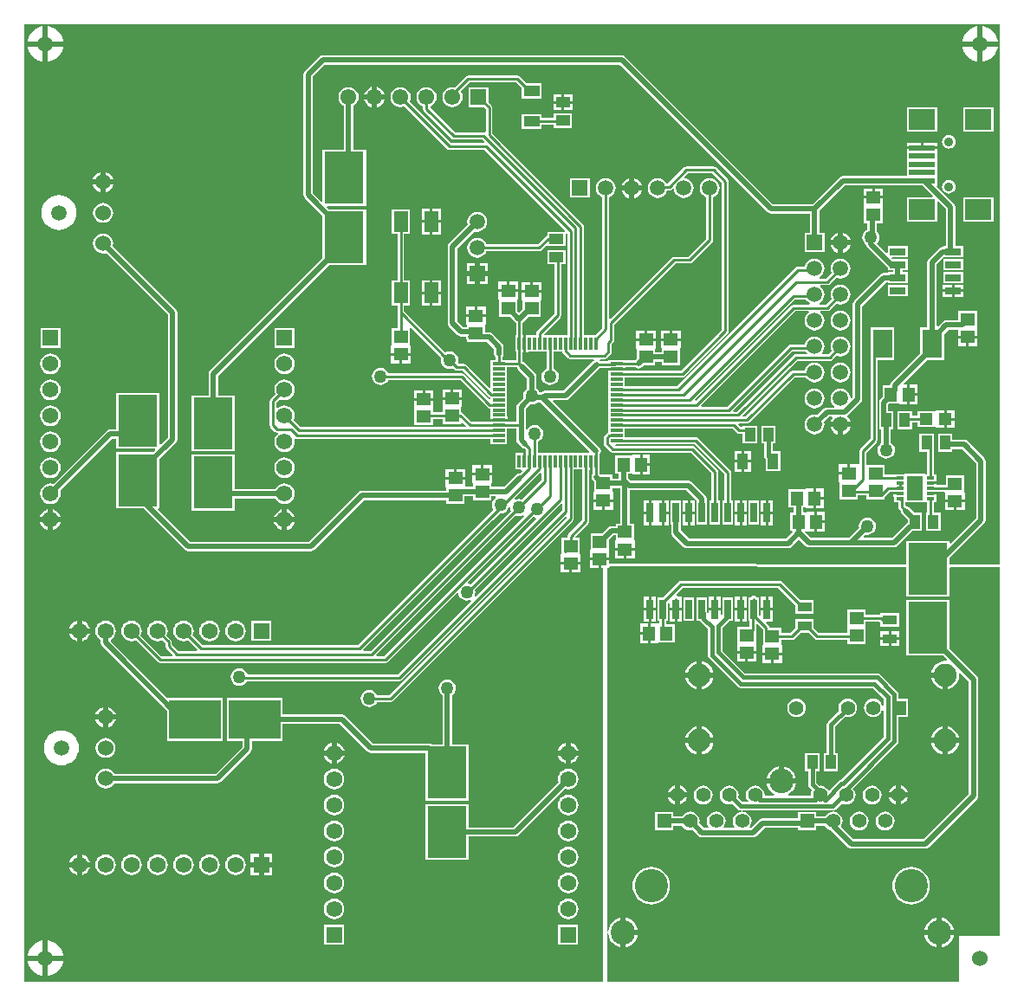
<source format=gtl>
G04*
G04 #@! TF.GenerationSoftware,Altium Limited,Altium Designer,19.0.10 (269)*
G04*
G04 Layer_Physical_Order=1*
G04 Layer_Color=255*
%FSLAX44Y44*%
%MOMM*%
G71*
G01*
G75*
%ADD10C,0.2500*%
%ADD15R,0.3000X1.2000*%
%ADD16R,1.2000X0.3000*%
%ADD17R,1.4000X1.2500*%
%ADD18R,1.3000X1.1500*%
%ADD19R,3.8500X5.0500*%
%ADD20R,1.0000X1.3500*%
%ADD21R,1.9050X2.7900*%
%ADD22R,1.6000X2.4000*%
%ADD23R,0.7500X0.3000*%
%ADD24R,1.2500X1.4000*%
%ADD25R,1.1000X1.5500*%
%ADD26R,1.5500X1.1000*%
%ADD27R,2.5000X2.0000*%
%ADD28R,2.5000X0.5000*%
%ADD29R,1.4000X0.9500*%
%ADD30R,0.6500X1.9250*%
%ADD31R,1.3500X1.0000*%
%ADD32R,1.5250X0.6500*%
%ADD33R,1.4000X2.0000*%
%ADD34R,5.0500X3.8500*%
%ADD72C,0.5000*%
%ADD73C,0.3810*%
%ADD74C,1.5240*%
%ADD75C,1.4000*%
%ADD76R,1.4000X1.4000*%
%ADD77C,2.4000*%
%ADD78C,3.2500*%
%ADD79R,1.5750X1.5750*%
%ADD80C,1.5750*%
%ADD81C,0.9000*%
%ADD82R,1.5750X1.5750*%
%ADD83C,1.5000*%
%ADD84C,1.5300*%
%ADD85C,2.2500*%
%ADD86R,1.5000X1.5000*%
%ADD87R,1.5000X1.5000*%
%ADD88C,1.5500*%
%ADD89R,1.5500X1.5500*%
%ADD90C,1.2700*%
G36*
X955541Y411391D02*
X954642Y410494D01*
X906472Y410624D01*
Y416937D01*
X940267Y450733D01*
X940267Y450733D01*
X941269Y452232D01*
X941621Y454000D01*
Y511250D01*
X941621Y511250D01*
X941269Y513018D01*
X940267Y514517D01*
X923617Y531167D01*
X922118Y532169D01*
X920350Y532521D01*
X920350Y532521D01*
X908842D01*
Y538432D01*
X894778D01*
Y520868D01*
X908842D01*
Y523279D01*
X918436D01*
X932379Y509336D01*
Y455914D01*
X907645Y431180D01*
X906472Y431666D01*
Y433742D01*
X863908D01*
Y411639D01*
X863009Y410742D01*
X573790Y411524D01*
Y414500D01*
X565500D01*
Y406960D01*
X567690D01*
Y2099D01*
X2039D01*
Y939091D01*
X955541D01*
Y411391D01*
D02*
G37*
G36*
X863908Y408125D02*
Y379178D01*
X906472D01*
Y407098D01*
X907371Y407994D01*
X955541Y407850D01*
Y47050D01*
X915670D01*
Y2099D01*
X571500D01*
Y49603D01*
X572770Y49686D01*
X573164Y46694D01*
X574629Y43157D01*
X576960Y40120D01*
X579997Y37789D01*
X583534Y36324D01*
X584790Y36159D01*
Y50490D01*
Y64821D01*
X583534Y64656D01*
X579997Y63191D01*
X576960Y60860D01*
X574629Y57823D01*
X573164Y54286D01*
X572770Y51294D01*
X571500Y51377D01*
Y407468D01*
X573282D01*
Y408095D01*
X574181Y408992D01*
X863908Y408125D01*
D02*
G37*
%LPC*%
G36*
X938530Y936875D02*
Y922040D01*
X953365D01*
X953276Y922938D01*
X952273Y926245D01*
X950645Y929292D01*
X948453Y931963D01*
X945782Y934155D01*
X942735Y935783D01*
X939428Y936786D01*
X938530Y936875D01*
D02*
G37*
G36*
X933450D02*
X932552Y936786D01*
X929245Y935783D01*
X926198Y934155D01*
X923527Y931963D01*
X921336Y929292D01*
X919707Y926245D01*
X918704Y922938D01*
X918615Y922040D01*
X933450D01*
Y936875D01*
D02*
G37*
G36*
X25040D02*
Y922040D01*
X39875D01*
X39786Y922938D01*
X38783Y926245D01*
X37155Y929292D01*
X34963Y931963D01*
X32292Y934155D01*
X29245Y935783D01*
X25938Y936786D01*
X25040Y936875D01*
D02*
G37*
G36*
X19960D02*
X19062Y936786D01*
X15755Y935783D01*
X12708Y934155D01*
X10037Y931963D01*
X7846Y929292D01*
X6217Y926245D01*
X5214Y922938D01*
X5125Y922040D01*
X19960D01*
Y936875D01*
D02*
G37*
G36*
X953365Y916960D02*
X938530D01*
Y902125D01*
X939428Y902214D01*
X942735Y903217D01*
X945782Y904846D01*
X948453Y907037D01*
X950645Y909708D01*
X952273Y912755D01*
X953276Y916061D01*
X953365Y916960D01*
D02*
G37*
G36*
X933450D02*
X918615D01*
X918704Y916061D01*
X919707Y912755D01*
X921336Y909708D01*
X923527Y907037D01*
X926198Y904846D01*
X929245Y903217D01*
X932552Y902214D01*
X933450Y902125D01*
Y916960D01*
D02*
G37*
G36*
X39875D02*
X25040D01*
Y902125D01*
X25938Y902214D01*
X29245Y903217D01*
X32292Y904846D01*
X34963Y907037D01*
X37155Y909708D01*
X38783Y912755D01*
X39786Y916061D01*
X39875Y916960D01*
D02*
G37*
G36*
X19960D02*
X5125D01*
X5214Y916061D01*
X6217Y912755D01*
X7846Y909708D01*
X10037Y907037D01*
X12708Y904846D01*
X15755Y903217D01*
X19062Y902214D01*
X19960Y902125D01*
Y916960D01*
D02*
G37*
G36*
X346710Y877514D02*
Y870010D01*
X354214D01*
X354195Y870156D01*
X353158Y872659D01*
X351509Y874809D01*
X349359Y876458D01*
X346856Y877495D01*
X346710Y877514D01*
D02*
G37*
G36*
X341630D02*
X341484Y877495D01*
X338981Y876458D01*
X336831Y874809D01*
X335182Y872659D01*
X334145Y870156D01*
X334126Y870010D01*
X341630D01*
Y877514D01*
D02*
G37*
G36*
X483920Y888596D02*
X435659D01*
X434378Y888342D01*
X433292Y887616D01*
X422705Y877029D01*
X420370Y877336D01*
X417816Y877000D01*
X415437Y876015D01*
X413393Y874447D01*
X411825Y872403D01*
X410840Y870024D01*
X410504Y867470D01*
X410840Y864916D01*
X411825Y862537D01*
X413393Y860493D01*
X415437Y858925D01*
X417816Y857940D01*
X420370Y857604D01*
X422924Y857940D01*
X425303Y858925D01*
X427347Y860493D01*
X428915Y862537D01*
X429900Y864916D01*
X430236Y867470D01*
X429900Y870024D01*
X428915Y872403D01*
X428320Y873179D01*
X437045Y881904D01*
X482534D01*
X488058Y876380D01*
Y866048D01*
X507622D01*
Y881112D01*
X492790D01*
X486286Y887616D01*
X485201Y888342D01*
X483920Y888596D01*
D02*
G37*
G36*
X537610Y870040D02*
X529570D01*
Y863750D01*
X537610D01*
Y870040D01*
D02*
G37*
G36*
X527070D02*
X519030D01*
Y863750D01*
X527070D01*
Y870040D01*
D02*
G37*
G36*
X354214Y864930D02*
X346710D01*
Y857426D01*
X346856Y857445D01*
X349359Y858482D01*
X351509Y860131D01*
X353158Y862281D01*
X354195Y864784D01*
X354214Y864930D01*
D02*
G37*
G36*
X341630D02*
X334126D01*
X334145Y864784D01*
X335182Y862281D01*
X336831Y860131D01*
X338981Y858482D01*
X341484Y857445D01*
X341630Y857426D01*
Y864930D01*
D02*
G37*
G36*
X537610Y861250D02*
X529570D01*
Y854960D01*
X537610D01*
Y861250D01*
D02*
G37*
G36*
X527070D02*
X519030D01*
Y854960D01*
X527070D01*
Y861250D01*
D02*
G37*
G36*
X537102Y851532D02*
X519538D01*
Y846926D01*
X507622D01*
Y851112D01*
X488058D01*
Y836048D01*
X507622D01*
Y840234D01*
X519538D01*
Y837468D01*
X537102D01*
Y851532D01*
D02*
G37*
G36*
X948927Y857872D02*
X919863D01*
Y833808D01*
X948927D01*
Y857872D01*
D02*
G37*
G36*
X893927D02*
X864863D01*
Y833808D01*
X893927D01*
Y857872D01*
D02*
G37*
G36*
X394970Y877336D02*
X392416Y877000D01*
X390037Y876015D01*
X387993Y874447D01*
X386425Y872403D01*
X385440Y870024D01*
X385104Y867470D01*
X385440Y864916D01*
X386425Y862537D01*
X387993Y860493D01*
X390037Y858925D01*
X391624Y858268D01*
Y856040D01*
X391878Y854759D01*
X392604Y853674D01*
X419274Y827004D01*
X420359Y826278D01*
X421640Y826024D01*
X449464D01*
X451472Y824015D01*
X450986Y822842D01*
X418930D01*
X378443Y863329D01*
X379100Y864916D01*
X379436Y867470D01*
X379100Y870024D01*
X378115Y872403D01*
X376547Y874447D01*
X374503Y876015D01*
X372124Y877000D01*
X369570Y877336D01*
X367016Y877000D01*
X364637Y876015D01*
X362593Y874447D01*
X361025Y872403D01*
X360040Y870024D01*
X359704Y867470D01*
X360040Y864916D01*
X361025Y862537D01*
X362593Y860493D01*
X364637Y858925D01*
X367016Y857940D01*
X369570Y857604D01*
X372124Y857940D01*
X373711Y858597D01*
X415178Y817130D01*
X416264Y816404D01*
X417544Y816149D01*
X451718D01*
X514458Y753410D01*
X514524Y753311D01*
X530583Y737252D01*
X530057Y735982D01*
X529788Y735982D01*
X529788Y735982D01*
X529770Y735982D01*
X513188D01*
Y732251D01*
X512589Y732132D01*
X511504Y731406D01*
X503594Y723496D01*
X453431D01*
X452826Y724957D01*
X451298Y726948D01*
X449307Y728476D01*
X446988Y729437D01*
X444500Y729764D01*
X442012Y729437D01*
X439693Y728476D01*
X437702Y726948D01*
X436174Y724957D01*
X435213Y722638D01*
X434886Y720150D01*
X435213Y717662D01*
X436174Y715343D01*
X437702Y713352D01*
X439693Y711824D01*
X442012Y710863D01*
X444500Y710536D01*
X446988Y710863D01*
X449307Y711824D01*
X451298Y713352D01*
X452826Y715343D01*
X453431Y716804D01*
X504980D01*
X506261Y717058D01*
X507346Y717784D01*
X512015Y722452D01*
X513188Y721966D01*
Y721918D01*
X530752D01*
Y734162D01*
X532022Y734841D01*
X532394Y734592D01*
Y634552D01*
X510210D01*
X509684Y635822D01*
X525606Y651744D01*
X526332Y652829D01*
X526586Y654110D01*
Y703918D01*
X530752D01*
Y717982D01*
X513188D01*
Y703918D01*
X519894D01*
Y655496D01*
X503124Y638726D01*
X502398Y637641D01*
X502144Y636360D01*
Y634552D01*
X494780D01*
Y635060D01*
X491990D01*
Y626520D01*
Y617980D01*
X494780D01*
Y618488D01*
X512394D01*
Y602107D01*
X511513Y601742D01*
X509762Y600398D01*
X508418Y598647D01*
X507574Y596608D01*
X507286Y594420D01*
X507574Y592232D01*
X508418Y590193D01*
X509762Y588442D01*
X511513Y587098D01*
X513552Y586254D01*
X515740Y585966D01*
X517928Y586254D01*
X519967Y587098D01*
X521718Y588442D01*
X523062Y590193D01*
X523906Y592232D01*
X524194Y594420D01*
X523906Y596608D01*
X523062Y598647D01*
X521718Y600398D01*
X519967Y601742D01*
X519086Y602107D01*
Y618488D01*
X527791D01*
X527898Y617950D01*
X528624Y616864D01*
X533114Y612374D01*
X534200Y611648D01*
X535480Y611394D01*
X558435D01*
X558820Y610124D01*
X557943Y609537D01*
X528946Y580541D01*
X510823D01*
X509055Y580189D01*
X507556Y579187D01*
X507556Y579187D01*
X506903Y578534D01*
X505524Y578716D01*
X505162Y579590D01*
X503818Y581341D01*
X502461Y582383D01*
Y594420D01*
X502109Y596188D01*
X501107Y597687D01*
X501107Y597687D01*
X490947Y607847D01*
X489448Y608849D01*
X489086Y608921D01*
Y617980D01*
X489490D01*
Y626520D01*
Y635060D01*
X489086D01*
Y646771D01*
X494883Y652568D01*
X506872D01*
Y669060D01*
X507380D01*
Y676600D01*
X488300D01*
Y669060D01*
X488808D01*
Y659563D01*
X485740Y656495D01*
X484012Y658223D01*
Y669450D01*
X484520D01*
Y676990D01*
X465440D01*
Y669450D01*
X465948D01*
Y652958D01*
X476207D01*
X482394Y646771D01*
Y634552D01*
X482208D01*
Y618488D01*
X482394D01*
Y609866D01*
X473772D01*
Y610052D01*
X469086D01*
Y612861D01*
X470009Y614242D01*
X470361Y616010D01*
Y623310D01*
X470009Y625078D01*
X469007Y626577D01*
X469007Y626577D01*
X459407Y636177D01*
X457908Y637179D01*
X456140Y637531D01*
X456140Y637531D01*
X452262D01*
Y644930D01*
X452770D01*
Y652470D01*
X433690D01*
Y644930D01*
X434198D01*
Y642751D01*
X430644D01*
X424991Y648404D01*
Y719506D01*
X441825Y736340D01*
X442012Y736263D01*
X444500Y735936D01*
X446988Y736263D01*
X449307Y737224D01*
X451298Y738752D01*
X452826Y740743D01*
X453787Y743062D01*
X454114Y745550D01*
X453787Y748038D01*
X452826Y750357D01*
X451298Y752348D01*
X449307Y753876D01*
X446988Y754837D01*
X444500Y755164D01*
X442012Y754837D01*
X439693Y753876D01*
X437702Y752348D01*
X436174Y750357D01*
X435213Y748038D01*
X434886Y745550D01*
X435213Y743062D01*
X435290Y742875D01*
X417103Y724687D01*
X416101Y723188D01*
X415749Y721420D01*
X415749Y721420D01*
Y646490D01*
X415749Y646490D01*
X416101Y644722D01*
X417103Y643223D01*
X425462Y634863D01*
X425463Y634863D01*
X426962Y633861D01*
X428730Y633509D01*
X428730Y633509D01*
X433037D01*
X433529Y632910D01*
X433881Y631142D01*
X434198Y630667D01*
Y628438D01*
X437402D01*
X438150Y628289D01*
X454226D01*
X461119Y621396D01*
Y616010D01*
X461471Y614242D01*
X462394Y612861D01*
Y610052D01*
X457708D01*
Y602988D01*
Y592988D01*
Y583820D01*
X456438Y583294D01*
X434056Y605676D01*
X432971Y606402D01*
X431690Y606656D01*
X426513D01*
X425670Y607753D01*
X425835Y608153D01*
X426124Y610342D01*
X425835Y612530D01*
X424991Y614569D01*
X423647Y616320D01*
X421896Y617663D01*
X419857Y618508D01*
X417669Y618796D01*
X415481Y618508D01*
X413588Y617724D01*
X373156Y658156D01*
Y663918D01*
X378842D01*
Y687982D01*
X373156D01*
Y733918D01*
X378842D01*
Y757982D01*
X360778D01*
Y733918D01*
X366464D01*
Y687982D01*
X360778D01*
Y663918D01*
X366464D01*
Y656770D01*
Y641282D01*
X360778D01*
Y624790D01*
X360270D01*
Y617250D01*
X369810D01*
X379350D01*
Y624790D01*
X378842D01*
Y641210D01*
X379791Y642057D01*
X409481Y612366D01*
X409215Y610342D01*
X409503Y608153D01*
X410348Y606115D01*
X411691Y604364D01*
X413442Y603020D01*
X415481Y602175D01*
X417669Y601887D01*
X419857Y602175D01*
X420738Y602540D01*
X422335Y600944D01*
X423420Y600218D01*
X424701Y599964D01*
X430304D01*
X455864Y574404D01*
X456949Y573678D01*
X457708Y573528D01*
Y572184D01*
X456535Y571698D01*
X431866Y596366D01*
X430781Y597092D01*
X429500Y597346D01*
X358111D01*
X357572Y598647D01*
X356228Y600398D01*
X354477Y601742D01*
X352438Y602586D01*
X350250Y602874D01*
X348062Y602586D01*
X346023Y601742D01*
X344272Y600398D01*
X342928Y598647D01*
X342084Y596608D01*
X341796Y594420D01*
X342084Y592232D01*
X342928Y590193D01*
X344272Y588442D01*
X346023Y587098D01*
X348062Y586254D01*
X350250Y585966D01*
X352438Y586254D01*
X354477Y587098D01*
X356228Y588442D01*
X357572Y590193D01*
X357763Y590654D01*
X428114D01*
X454614Y564154D01*
X455699Y563428D01*
X456980Y563174D01*
X457708D01*
Y555560D01*
X457200D01*
Y552770D01*
X465740D01*
X474280D01*
Y555560D01*
X473772D01*
Y557988D01*
Y562988D01*
Y567988D01*
Y572988D01*
Y577988D01*
Y582988D01*
Y587988D01*
Y592988D01*
Y597988D01*
Y602988D01*
Y603174D01*
X483339D01*
X483411Y602812D01*
X484413Y601313D01*
X493219Y592506D01*
Y582383D01*
X491862Y581341D01*
X490518Y579590D01*
X489674Y577551D01*
X489386Y575363D01*
X489641Y573425D01*
X484233Y568017D01*
X483231Y566518D01*
X482879Y564750D01*
X482879Y564750D01*
Y549866D01*
X474280D01*
Y550270D01*
X465740D01*
X457200D01*
Y549866D01*
X439046D01*
X430546Y558366D01*
X429461Y559091D01*
X429032Y559177D01*
Y564210D01*
X429540D01*
Y571750D01*
X420000D01*
X410460D01*
Y564210D01*
X410968D01*
Y559346D01*
X401282D01*
Y563210D01*
X401790D01*
Y570750D01*
X392250D01*
X382710D01*
Y563210D01*
X383218D01*
Y546718D01*
X401282D01*
Y552654D01*
X410968D01*
Y547718D01*
X429032D01*
Y548756D01*
X430205Y549242D01*
X433408Y546040D01*
X432922Y544866D01*
X271966D01*
X265219Y551614D01*
X265902Y553264D01*
X266243Y555850D01*
X265902Y558436D01*
X264904Y560846D01*
X263316Y562916D01*
X261246Y564504D01*
X258836Y565502D01*
X256250Y565843D01*
X253664Y565502D01*
X251254Y564504D01*
X249709Y563319D01*
X248439Y563945D01*
Y568707D01*
X252014Y572281D01*
X253664Y571598D01*
X256250Y571258D01*
X258836Y571598D01*
X261246Y572596D01*
X263316Y574184D01*
X264904Y576254D01*
X265902Y578664D01*
X266243Y581250D01*
X265902Y583836D01*
X264904Y586246D01*
X263316Y588316D01*
X261246Y589904D01*
X258836Y590902D01*
X256250Y591242D01*
X253664Y590902D01*
X251254Y589904D01*
X249184Y588316D01*
X247596Y586246D01*
X246598Y583836D01*
X246257Y581250D01*
X246598Y578664D01*
X247281Y577014D01*
X242727Y572459D01*
X242001Y571374D01*
X241747Y570093D01*
Y546871D01*
X242001Y545591D01*
X242727Y544505D01*
X246848Y540384D01*
X247934Y539658D01*
X249214Y539404D01*
X249558D01*
X249989Y538134D01*
X249184Y537516D01*
X247596Y535446D01*
X246598Y533036D01*
X246257Y530450D01*
X246598Y527864D01*
X247596Y525454D01*
X249184Y523384D01*
X251254Y521796D01*
X253664Y520798D01*
X256250Y520457D01*
X258836Y520798D01*
X261246Y521796D01*
X263316Y523384D01*
X264904Y525454D01*
X265902Y527864D01*
X266243Y530450D01*
X265902Y533036D01*
X265701Y533522D01*
X266727Y534364D01*
X267423Y533898D01*
X268704Y533644D01*
X293451D01*
X293773Y533428D01*
X295054Y533174D01*
X457708D01*
Y527988D01*
X473772D01*
Y532988D01*
Y543174D01*
X482879D01*
Y532352D01*
X482879Y532352D01*
X483231Y530583D01*
X484233Y529084D01*
X488204Y525113D01*
X489703Y524111D01*
X491333Y523787D01*
X492394Y522726D01*
Y520060D01*
X491990D01*
Y511520D01*
X489490D01*
Y520060D01*
X486700D01*
Y519552D01*
X482208D01*
Y503488D01*
X486700D01*
Y502980D01*
X487848D01*
X488334Y501807D01*
X486271Y499743D01*
X484642Y499419D01*
X483143Y498418D01*
X471046Y486321D01*
X458612D01*
Y489910D01*
X459120D01*
Y497450D01*
X440040D01*
Y489910D01*
X440548D01*
Y486321D01*
X432830D01*
Y493720D01*
X413750D01*
Y486180D01*
X414258D01*
Y482591D01*
X332280D01*
X332280Y482591D01*
X330512Y482239D01*
X329013Y481237D01*
X329012Y481237D01*
X280336Y432561D01*
X164224D01*
X132239Y464545D01*
X132725Y465719D01*
X134281D01*
Y513748D01*
X150017Y529484D01*
X151019Y530984D01*
X151371Y532752D01*
X151371Y532752D01*
Y656700D01*
X151371Y656700D01*
X151019Y658468D01*
X150017Y659967D01*
X88274Y721711D01*
X88383Y721973D01*
X88715Y724500D01*
X88383Y727028D01*
X87407Y729383D01*
X85855Y731405D01*
X83833Y732957D01*
X81477Y733933D01*
X78950Y734266D01*
X76423Y733933D01*
X74067Y732957D01*
X72045Y731405D01*
X70493Y729383D01*
X69517Y727028D01*
X69184Y724500D01*
X69517Y721973D01*
X70493Y719617D01*
X72045Y717595D01*
X74067Y716043D01*
X76423Y715067D01*
X78950Y714734D01*
X81477Y715067D01*
X81740Y715176D01*
X142129Y654786D01*
Y534666D01*
X135454Y527991D01*
X134281Y528477D01*
Y578283D01*
X91717D01*
Y542621D01*
X85850D01*
X84082Y542269D01*
X82583Y541267D01*
X82583Y541267D01*
X30462Y489146D01*
X30086Y489302D01*
X27500Y489642D01*
X24914Y489302D01*
X22504Y488304D01*
X20434Y486716D01*
X18846Y484646D01*
X17848Y482236D01*
X17507Y479650D01*
X17848Y477064D01*
X18846Y474654D01*
X20434Y472584D01*
X22504Y470996D01*
X24914Y469998D01*
X27500Y469658D01*
X30086Y469998D01*
X32496Y470996D01*
X34566Y472584D01*
X36154Y474654D01*
X37152Y477064D01*
X37492Y479650D01*
X37152Y482236D01*
X36997Y482612D01*
X87764Y533379D01*
X91717D01*
Y523719D01*
X129523D01*
X130009Y522545D01*
X127746Y520283D01*
X91717D01*
Y465719D01*
X117997D01*
X159043Y424673D01*
X159043Y424673D01*
X160542Y423671D01*
X162310Y423319D01*
X282250D01*
X282250Y423319D01*
X284018Y423671D01*
X285517Y424673D01*
X334194Y473349D01*
X414258D01*
Y469688D01*
X432322D01*
Y477079D01*
X440548D01*
Y473418D01*
X458612D01*
Y477079D01*
X462541D01*
X462612Y476950D01*
X462869Y475809D01*
X461382Y474668D01*
X460038Y472917D01*
X459194Y470878D01*
X458906Y468690D01*
X459194Y466502D01*
X460038Y464463D01*
X460452Y463924D01*
X454834Y458307D01*
X328204Y331676D01*
X176036D01*
X166449Y341264D01*
X167132Y342914D01*
X167472Y345500D01*
X167132Y348086D01*
X166134Y350496D01*
X164546Y352566D01*
X162476Y354154D01*
X160066Y355152D01*
X157480Y355493D01*
X154894Y355152D01*
X152484Y354154D01*
X150414Y352566D01*
X148826Y350496D01*
X147828Y348086D01*
X147487Y345500D01*
X147828Y342914D01*
X148826Y340504D01*
X150414Y338434D01*
X152484Y336846D01*
X154894Y335848D01*
X157480Y335508D01*
X160066Y335848D01*
X161716Y336531D01*
X171088Y327160D01*
X170602Y325986D01*
X152516D01*
X146219Y332283D01*
Y334707D01*
X145964Y335988D01*
X145239Y337074D01*
X141049Y341264D01*
X141732Y342914D01*
X142072Y345500D01*
X141732Y348086D01*
X140734Y350496D01*
X139146Y352566D01*
X137076Y354154D01*
X134666Y355152D01*
X132080Y355493D01*
X129494Y355152D01*
X127084Y354154D01*
X125014Y352566D01*
X123426Y350496D01*
X122428Y348086D01*
X122087Y345500D01*
X122428Y342914D01*
X123426Y340504D01*
X125014Y338434D01*
X127084Y336846D01*
X129494Y335848D01*
X132080Y335508D01*
X134666Y335848D01*
X136316Y336531D01*
X139526Y333321D01*
Y330897D01*
X139781Y329617D01*
X140506Y328531D01*
X146958Y322080D01*
X146472Y320906D01*
X136006D01*
X115649Y341264D01*
X116332Y342914D01*
X116672Y345500D01*
X116332Y348086D01*
X115334Y350496D01*
X113746Y352566D01*
X111676Y354154D01*
X109266Y355152D01*
X106680Y355493D01*
X104094Y355152D01*
X101684Y354154D01*
X99614Y352566D01*
X98026Y350496D01*
X97028Y348086D01*
X96687Y345500D01*
X97028Y342914D01*
X98026Y340504D01*
X99614Y338434D01*
X101684Y336846D01*
X104094Y335848D01*
X106680Y335508D01*
X109266Y335848D01*
X110916Y336531D01*
X132254Y315194D01*
X133339Y314468D01*
X134620Y314214D01*
X354678D01*
X355959Y314468D01*
X357044Y315194D01*
X424703Y382853D01*
X426044Y382397D01*
X426174Y381412D01*
X427018Y379373D01*
X428362Y377622D01*
X430113Y376278D01*
X432152Y375434D01*
X434340Y375146D01*
X436528Y375434D01*
X438060Y376068D01*
X438779Y374991D01*
X366914Y303126D01*
X220075D01*
X219412Y304727D01*
X218068Y306478D01*
X216317Y307822D01*
X214278Y308666D01*
X212090Y308954D01*
X209902Y308666D01*
X207863Y307822D01*
X206112Y306478D01*
X204768Y304727D01*
X203924Y302688D01*
X203636Y300500D01*
X203924Y298312D01*
X204768Y296273D01*
X206112Y294522D01*
X207863Y293178D01*
X209902Y292334D01*
X212090Y292046D01*
X214278Y292334D01*
X216317Y293178D01*
X218068Y294522D01*
X219412Y296273D01*
X219478Y296434D01*
X368300D01*
X369581Y296688D01*
X370666Y297414D01*
X530457Y457205D01*
X531813Y456765D01*
X531884Y456318D01*
X358372Y282806D01*
X346777D01*
X346412Y283687D01*
X345068Y285438D01*
X343317Y286782D01*
X341278Y287626D01*
X339090Y287914D01*
X336902Y287626D01*
X334863Y286782D01*
X333112Y285438D01*
X331768Y283687D01*
X330924Y281648D01*
X330636Y279460D01*
X330924Y277272D01*
X331768Y275233D01*
X333112Y273482D01*
X334863Y272138D01*
X336902Y271294D01*
X339090Y271006D01*
X341278Y271294D01*
X343317Y272138D01*
X345068Y273482D01*
X346412Y275233D01*
X346777Y276114D01*
X359758D01*
X361039Y276368D01*
X362124Y277094D01*
X538106Y453075D01*
X538832Y454161D01*
X539086Y455442D01*
Y503488D01*
X547394D01*
Y454336D01*
X533384Y440326D01*
X532658Y439241D01*
X532404Y437960D01*
Y436782D01*
X526718D01*
Y423823D01*
X526654Y423500D01*
X526718Y423177D01*
Y420290D01*
X526210D01*
Y412750D01*
X535750D01*
X545290D01*
Y420290D01*
X544782D01*
Y436782D01*
X540964D01*
X540478Y437955D01*
X553106Y450584D01*
X553832Y451669D01*
X554086Y452950D01*
Y502980D01*
X554490D01*
Y511520D01*
X556990D01*
Y502980D01*
X557394D01*
Y499239D01*
X556471Y497858D01*
X556119Y496090D01*
X556471Y494322D01*
X557473Y492823D01*
X558658Y491637D01*
Y481680D01*
X558150D01*
Y474140D01*
X567690D01*
X577230D01*
Y481680D01*
X576722D01*
Y485269D01*
X584379D01*
Y450532D01*
X579968D01*
Y448121D01*
X575750D01*
X575750Y448121D01*
X573982Y447769D01*
X572483Y446767D01*
X572483Y446767D01*
X566747Y441032D01*
X555218D01*
Y424540D01*
X554710D01*
Y417000D01*
X564250D01*
X573790D01*
Y424540D01*
X573282D01*
Y434497D01*
X577664Y438879D01*
X579968D01*
Y434040D01*
X579460D01*
Y426500D01*
X589000D01*
X598540D01*
Y434040D01*
X598032D01*
Y450532D01*
X593621D01*
Y483129D01*
X649086D01*
X658000Y474215D01*
X657302Y473377D01*
X657019Y473235D01*
X656078Y473235D01*
X652760D01*
Y462320D01*
X657300D01*
Y471970D01*
X657300Y472738D01*
X658420Y473359D01*
X658928Y472727D01*
X658928D01*
X658928Y472727D01*
Y449413D01*
X669492D01*
Y472727D01*
X668831D01*
Y474540D01*
X668831Y474540D01*
X668479Y476308D01*
X667477Y477807D01*
X667477Y477808D01*
X654267Y491017D01*
X652768Y492019D01*
X651000Y492371D01*
X651000Y492371D01*
X594604D01*
X592371Y494604D01*
Y499218D01*
X595960D01*
Y498710D01*
X603500D01*
Y508250D01*
Y517790D01*
X595960D01*
Y517282D01*
X579468D01*
Y499218D01*
X583129D01*
Y494511D01*
X576722D01*
Y498172D01*
X565193D01*
X564086Y499278D01*
Y503488D01*
X564272D01*
Y518489D01*
X565009Y519592D01*
X565361Y521360D01*
X565009Y523128D01*
X564007Y524627D01*
X518509Y570126D01*
X518995Y571299D01*
X530860D01*
X530860Y571299D01*
X532628Y571651D01*
X534127Y572653D01*
X564398Y602924D01*
X572200D01*
Y602770D01*
X580740D01*
X589280D01*
Y603174D01*
X598751D01*
X600132Y602251D01*
X601900Y601899D01*
X603668Y602251D01*
X605167Y603253D01*
X607103Y605188D01*
X618632D01*
Y608849D01*
X624698D01*
Y605238D01*
X642762D01*
Y621730D01*
X643270D01*
Y629270D01*
X624190D01*
Y621730D01*
X624698D01*
Y618091D01*
X618632D01*
Y621680D01*
X619140D01*
Y629220D01*
X600060D01*
Y621680D01*
X600568D01*
Y611723D01*
X598712Y609866D01*
X588772D01*
Y610052D01*
X572708D01*
Y609616D01*
X564701D01*
X564231Y610124D01*
X564785Y611394D01*
X569042D01*
X570323Y611648D01*
X571409Y612374D01*
X575136Y616101D01*
X575862Y617187D01*
X576116Y618468D01*
Y626054D01*
X577676Y627614D01*
X578402Y628699D01*
X578656Y629980D01*
Y645104D01*
X638291Y704739D01*
X652145D01*
X653426Y704993D01*
X654511Y705719D01*
X674196Y725404D01*
X674922Y726489D01*
X675176Y727770D01*
Y769639D01*
X676637Y770244D01*
X678628Y771772D01*
X680156Y773763D01*
X681117Y776082D01*
X681444Y778570D01*
X681117Y781058D01*
X680156Y783377D01*
X678628Y785368D01*
X676637Y786896D01*
X674318Y787857D01*
X671830Y788184D01*
X669342Y787857D01*
X667023Y786896D01*
X665032Y785368D01*
X663504Y783377D01*
X662543Y781058D01*
X662216Y778570D01*
X662543Y776082D01*
X663504Y773763D01*
X665032Y771772D01*
X667023Y770244D01*
X668484Y769639D01*
Y729156D01*
X650759Y711431D01*
X636905D01*
X635624Y711177D01*
X634539Y710451D01*
X574750Y650662D01*
X573576Y651148D01*
Y769639D01*
X575037Y770244D01*
X577028Y771772D01*
X578556Y773763D01*
X579517Y776082D01*
X579844Y778570D01*
X579517Y781058D01*
X578556Y783377D01*
X577028Y785368D01*
X575037Y786896D01*
X572718Y787857D01*
X570230Y788184D01*
X567742Y787857D01*
X565423Y786896D01*
X563432Y785368D01*
X561904Y783377D01*
X560943Y781058D01*
X560616Y778570D01*
X560943Y776082D01*
X561904Y773763D01*
X563432Y771772D01*
X565423Y770244D01*
X566884Y769639D01*
Y641896D01*
X559540Y634552D01*
X549086D01*
Y740886D01*
X548831Y742167D01*
X548106Y743252D01*
X459491Y831867D01*
Y857095D01*
X459236Y858376D01*
X458511Y859461D01*
X455552Y862420D01*
Y877252D01*
X435988D01*
Y857688D01*
X450820D01*
X452799Y855709D01*
Y833426D01*
X451529Y832581D01*
X450850Y832716D01*
X423026D01*
X398647Y857095D01*
X398833Y858482D01*
X399903Y858925D01*
X401947Y860493D01*
X403515Y862537D01*
X404500Y864916D01*
X404836Y867470D01*
X404500Y870024D01*
X403515Y872403D01*
X401947Y874447D01*
X399903Y876015D01*
X397524Y877000D01*
X394970Y877336D01*
D02*
G37*
G36*
X894435Y822880D02*
X880645D01*
Y819090D01*
X894435D01*
Y822880D01*
D02*
G37*
G36*
X878145D02*
X864355D01*
Y819090D01*
X878145D01*
Y822880D01*
D02*
G37*
G36*
X905395Y830428D02*
X903690Y830204D01*
X902101Y829546D01*
X900736Y828499D01*
X899689Y827134D01*
X899031Y825545D01*
X898807Y823840D01*
X899031Y822135D01*
X899689Y820546D01*
X900736Y819181D01*
X902101Y818134D01*
X903690Y817476D01*
X905395Y817252D01*
X907100Y817476D01*
X908689Y818134D01*
X910054Y819181D01*
X911101Y820546D01*
X911759Y822135D01*
X911983Y823840D01*
X911759Y825545D01*
X911101Y827134D01*
X910054Y828499D01*
X908689Y829546D01*
X907100Y830204D01*
X905395Y830428D01*
D02*
G37*
G36*
X81490Y794444D02*
Y787040D01*
X88893D01*
X88878Y787160D01*
X87851Y789639D01*
X86218Y791768D01*
X84089Y793401D01*
X81610Y794428D01*
X81490Y794444D01*
D02*
G37*
G36*
X76410Y794444D02*
X76290Y794428D01*
X73811Y793401D01*
X71682Y791768D01*
X70049Y789639D01*
X69022Y787160D01*
X69006Y787040D01*
X76410D01*
Y794444D01*
D02*
G37*
G36*
X598170Y788362D02*
Y781110D01*
X605422D01*
X605412Y781191D01*
X604400Y783633D01*
X602791Y785731D01*
X600693Y787340D01*
X598251Y788352D01*
X598170Y788362D01*
D02*
G37*
G36*
X593090D02*
X593009Y788352D01*
X590567Y787340D01*
X588469Y785731D01*
X586860Y783633D01*
X585848Y781191D01*
X585838Y781110D01*
X593090D01*
Y788362D01*
D02*
G37*
G36*
X88893Y781960D02*
X81490D01*
Y774557D01*
X81610Y774572D01*
X84089Y775599D01*
X86218Y777232D01*
X87851Y779361D01*
X88878Y781840D01*
X88893Y781960D01*
D02*
G37*
G36*
X76410D02*
X69006D01*
X69022Y781840D01*
X70049Y779361D01*
X71682Y777232D01*
X73811Y775599D01*
X76290Y774572D01*
X76410Y774557D01*
Y781960D01*
D02*
G37*
G36*
X905395Y786428D02*
X903690Y786204D01*
X902101Y785546D01*
X900736Y784499D01*
X899689Y783134D01*
X899031Y781545D01*
X898807Y779840D01*
X899031Y778135D01*
X899689Y776546D01*
X900736Y775181D01*
X902101Y774134D01*
X903690Y773476D01*
X905395Y773252D01*
X907100Y773476D01*
X908689Y774134D01*
X910054Y775181D01*
X911101Y776546D01*
X911759Y778135D01*
X911983Y779840D01*
X911759Y781545D01*
X911101Y783134D01*
X910054Y784499D01*
X908689Y785546D01*
X907100Y786204D01*
X905395Y786428D01*
D02*
G37*
G36*
X841290Y778290D02*
X833000D01*
Y770750D01*
X841290D01*
Y778290D01*
D02*
G37*
G36*
X830500D02*
X822210D01*
Y770750D01*
X830500D01*
Y778290D01*
D02*
G37*
G36*
X554362Y788102D02*
X535298D01*
Y769038D01*
X554362D01*
Y788102D01*
D02*
G37*
G36*
X605422Y776030D02*
X598170D01*
Y768778D01*
X598251Y768788D01*
X600693Y769800D01*
X602791Y771409D01*
X604400Y773507D01*
X605412Y775949D01*
X605422Y776030D01*
D02*
G37*
G36*
X593090D02*
X585838D01*
X585848Y775949D01*
X586860Y773507D01*
X588469Y771409D01*
X590567Y769800D01*
X593009Y768788D01*
X593090Y768778D01*
Y776030D01*
D02*
G37*
G36*
X409350Y758490D02*
X401060D01*
Y747200D01*
X409350D01*
Y758490D01*
D02*
G37*
G36*
X398560D02*
X390270D01*
Y747200D01*
X398560D01*
Y758490D01*
D02*
G37*
G36*
X948927Y769872D02*
X919863D01*
Y745808D01*
X948927D01*
Y769872D01*
D02*
G37*
G36*
X78950Y764266D02*
X76423Y763933D01*
X74067Y762957D01*
X72045Y761405D01*
X70493Y759383D01*
X69517Y757028D01*
X69184Y754500D01*
X69517Y751973D01*
X70493Y749617D01*
X72045Y747595D01*
X74067Y746043D01*
X76423Y745067D01*
X78950Y744734D01*
X81477Y745067D01*
X83833Y746043D01*
X85855Y747595D01*
X87407Y749617D01*
X88383Y751973D01*
X88715Y754500D01*
X88383Y757028D01*
X87407Y759383D01*
X85855Y761405D01*
X83833Y762957D01*
X81477Y763933D01*
X78950Y764266D01*
D02*
G37*
G36*
X35750Y771614D02*
X32411Y771286D01*
X29201Y770312D01*
X26242Y768730D01*
X23648Y766602D01*
X21520Y764008D01*
X19938Y761049D01*
X18964Y757839D01*
X18636Y754500D01*
X18964Y751161D01*
X19938Y747951D01*
X21520Y744992D01*
X23648Y742398D01*
X26242Y740270D01*
X29201Y738688D01*
X32411Y737714D01*
X35750Y737386D01*
X39089Y737714D01*
X42299Y738688D01*
X45258Y740270D01*
X47852Y742398D01*
X49980Y744992D01*
X51562Y747951D01*
X52536Y751161D01*
X52864Y754500D01*
X52536Y757839D01*
X51562Y761049D01*
X49980Y764008D01*
X47852Y766602D01*
X45258Y768730D01*
X42299Y770312D01*
X39089Y771286D01*
X35750Y771614D01*
D02*
G37*
G36*
X409350Y744700D02*
X401060D01*
Y733410D01*
X409350D01*
Y744700D01*
D02*
G37*
G36*
X398560D02*
X390270D01*
Y733410D01*
X398560D01*
Y744700D01*
D02*
G37*
G36*
X802250Y735022D02*
Y727770D01*
X809502D01*
X809492Y727851D01*
X808480Y730293D01*
X806871Y732391D01*
X804773Y734000D01*
X802331Y735012D01*
X802250Y735022D01*
D02*
G37*
G36*
X797170Y735022D02*
X797089Y735012D01*
X794647Y734000D01*
X792549Y732391D01*
X790940Y730293D01*
X789928Y727851D01*
X789918Y727770D01*
X797170D01*
Y735022D01*
D02*
G37*
G36*
X809502Y722690D02*
X802250D01*
Y715438D01*
X802331Y715448D01*
X804773Y716460D01*
X806871Y718069D01*
X808480Y720167D01*
X809492Y722609D01*
X809502Y722690D01*
D02*
G37*
G36*
X797170D02*
X789918D01*
X789928Y722609D01*
X790940Y720167D01*
X792549Y718069D01*
X794647Y716460D01*
X797089Y715448D01*
X797170Y715438D01*
Y722690D01*
D02*
G37*
G36*
X919427Y708922D02*
X900113D01*
Y698358D01*
X919427D01*
Y708922D01*
D02*
G37*
G36*
X454540Y704790D02*
X447040D01*
Y697290D01*
X454540D01*
Y704790D01*
D02*
G37*
G36*
X441960D02*
X434460D01*
Y697290D01*
X441960D01*
Y704790D01*
D02*
G37*
G36*
X841290Y768250D02*
X822210D01*
Y760710D01*
X822718D01*
Y744218D01*
X825909D01*
Y737974D01*
X825083Y737632D01*
X823332Y736288D01*
X821988Y734537D01*
X821144Y732498D01*
X820856Y730310D01*
X821144Y728122D01*
X821988Y726083D01*
X823332Y724332D01*
X824783Y723218D01*
X825041Y721922D01*
X826043Y720423D01*
X845873Y700592D01*
Y698358D01*
X850909D01*
Y696222D01*
X845873D01*
Y695561D01*
X842010D01*
X842010Y695561D01*
X840242Y695209D01*
X838743Y694207D01*
X812782Y668247D01*
X811781Y666748D01*
X811429Y664980D01*
X811429Y664979D01*
Y574068D01*
X810557Y573196D01*
X809216Y573651D01*
X808997Y575318D01*
X808036Y577637D01*
X806508Y579628D01*
X804517Y581156D01*
X802198Y582117D01*
X799710Y582444D01*
X797222Y582117D01*
X794903Y581156D01*
X792912Y579628D01*
X791384Y577637D01*
X790423Y575318D01*
X790096Y572830D01*
X790423Y570342D01*
X791384Y568023D01*
X792912Y566032D01*
X793796Y565353D01*
X793365Y564083D01*
X786342D01*
X784574Y563731D01*
X783075Y562729D01*
X783075Y562729D01*
X776985Y556640D01*
X776798Y556717D01*
X774310Y557044D01*
X771822Y556717D01*
X769503Y555756D01*
X767512Y554228D01*
X765984Y552237D01*
X765023Y549918D01*
X764696Y547430D01*
X765023Y544942D01*
X765984Y542623D01*
X767512Y540632D01*
X769503Y539104D01*
X771822Y538143D01*
X774310Y537816D01*
X776798Y538143D01*
X779117Y539104D01*
X781108Y540632D01*
X782636Y542623D01*
X783597Y544942D01*
X783924Y547430D01*
X783597Y549918D01*
X783520Y550105D01*
X788256Y554841D01*
X791141D01*
X791767Y553571D01*
X790940Y552493D01*
X789928Y550051D01*
X789918Y549970D01*
X799710D01*
X809502D01*
X809492Y550051D01*
X808480Y552493D01*
X806871Y554591D01*
X806504Y554872D01*
X806536Y555848D01*
X806730Y556299D01*
X819317Y568886D01*
X820319Y570386D01*
X820670Y572154D01*
X820670Y572154D01*
Y663066D01*
X843924Y686319D01*
X845873D01*
Y685658D01*
X865187D01*
Y696222D01*
X860151D01*
Y698358D01*
X865187D01*
Y708922D01*
X850613D01*
X849650Y709885D01*
X850136Y711058D01*
X865187D01*
Y721622D01*
X845873D01*
Y715321D01*
X844700Y714835D01*
X835283Y724252D01*
X835288Y724332D01*
X836632Y726083D01*
X837476Y728122D01*
X837764Y730310D01*
X837476Y732498D01*
X836632Y734537D01*
X835288Y736288D01*
X835151Y736394D01*
Y744218D01*
X840782D01*
Y760710D01*
X841290D01*
Y768250D01*
D02*
G37*
G36*
X675704Y799696D02*
X648962D01*
X647681Y799442D01*
X646596Y798716D01*
X630894Y783014D01*
X629506D01*
X629356Y783377D01*
X627828Y785368D01*
X625837Y786896D01*
X623518Y787857D01*
X621030Y788184D01*
X618542Y787857D01*
X616223Y786896D01*
X614232Y785368D01*
X612704Y783377D01*
X611743Y781058D01*
X611416Y778570D01*
X611743Y776082D01*
X612704Y773763D01*
X614232Y771772D01*
X616223Y770244D01*
X618542Y769283D01*
X621030Y768956D01*
X623518Y769283D01*
X625837Y770244D01*
X627828Y771772D01*
X629356Y773763D01*
X630317Y776082D01*
X630348Y776322D01*
X632280D01*
X633561Y776577D01*
X634646Y777302D01*
X635579Y778235D01*
X636920Y777779D01*
X637143Y776082D01*
X638104Y773763D01*
X639632Y771772D01*
X641623Y770244D01*
X643942Y769283D01*
X646430Y768956D01*
X648918Y769283D01*
X651237Y770244D01*
X653228Y771772D01*
X654756Y773763D01*
X655717Y776082D01*
X656044Y778570D01*
X655717Y781058D01*
X654756Y783377D01*
X653228Y785368D01*
X651237Y786896D01*
X648918Y787857D01*
X647221Y788080D01*
X646765Y789421D01*
X650348Y793004D01*
X674318D01*
X683796Y783526D01*
Y640328D01*
X643584Y600116D01*
X589280D01*
Y600270D01*
X580740D01*
X572200D01*
Y597480D01*
X572708D01*
Y587988D01*
Y577988D01*
Y567988D01*
Y557988D01*
Y547988D01*
Y539469D01*
X572170Y539362D01*
X571084Y538636D01*
X569134Y536686D01*
X568408Y535600D01*
X568154Y534320D01*
Y528720D01*
X568408Y527440D01*
X569134Y526354D01*
X574554Y520934D01*
X575640Y520208D01*
X576920Y519954D01*
X653564D01*
X673564Y499954D01*
Y472727D01*
X671628D01*
Y449413D01*
X682192D01*
Y472727D01*
X680256D01*
Y501340D01*
X680002Y502621D01*
X679276Y503706D01*
X657316Y525666D01*
X656231Y526392D01*
X654950Y526646D01*
X579443D01*
X579395Y526718D01*
X580074Y527988D01*
X588772D01*
Y528174D01*
X657094D01*
X686264Y499004D01*
Y472727D01*
X684328D01*
Y449413D01*
X694892D01*
Y472727D01*
X692956D01*
Y500390D01*
X692702Y501670D01*
X691976Y502756D01*
X660846Y533886D01*
X659761Y534612D01*
X658480Y534866D01*
X588772D01*
Y543174D01*
X694214D01*
X698254Y539134D01*
X699339Y538408D01*
X700620Y538154D01*
X703996D01*
Y528755D01*
X718060D01*
Y546319D01*
X703996D01*
Y544846D01*
X702006D01*
X699852Y547000D01*
X700338Y548174D01*
X707921D01*
X709202Y548428D01*
X710287Y549154D01*
X754747Y593614D01*
X765905D01*
X765984Y593423D01*
X767512Y591432D01*
X769503Y589904D01*
X771822Y588943D01*
X774310Y588616D01*
X776798Y588943D01*
X779117Y589904D01*
X781108Y591432D01*
X782636Y593423D01*
X783597Y595742D01*
X783924Y598230D01*
X783597Y600718D01*
X782636Y603037D01*
X781108Y605028D01*
X779117Y606556D01*
X776798Y607517D01*
X774310Y607844D01*
X771822Y607517D01*
X769503Y606556D01*
X767512Y605028D01*
X765984Y603037D01*
X765023Y600718D01*
X764969Y600306D01*
X753361D01*
X752081Y600052D01*
X750995Y599326D01*
X706535Y554866D01*
X704678D01*
X704192Y556040D01*
X757654Y609502D01*
X788928D01*
X790209Y609756D01*
X791294Y610482D01*
X795761Y614949D01*
X797222Y614343D01*
X799710Y614016D01*
X802198Y614343D01*
X804517Y615304D01*
X806508Y616832D01*
X808036Y618823D01*
X808997Y621142D01*
X809324Y623630D01*
X808997Y626118D01*
X808036Y628437D01*
X806508Y630428D01*
X804517Y631956D01*
X802198Y632917D01*
X799710Y633244D01*
X797222Y632917D01*
X794903Y631956D01*
X792912Y630428D01*
X791384Y628437D01*
X790423Y626118D01*
X790096Y623630D01*
X790423Y621142D01*
X791029Y619681D01*
X787542Y616194D01*
X782220D01*
X781594Y617464D01*
X782636Y618823D01*
X783597Y621142D01*
X783924Y623630D01*
X783597Y626118D01*
X782636Y628437D01*
X781108Y630428D01*
X779117Y631956D01*
X776798Y632917D01*
X774310Y633244D01*
X771822Y632917D01*
X769503Y631956D01*
X767512Y630428D01*
X765984Y628437D01*
X765023Y626118D01*
X764969Y625706D01*
X751190D01*
X749909Y625452D01*
X748824Y624726D01*
X688964Y564866D01*
X663908D01*
X663422Y566040D01*
X755533Y658151D01*
X768452D01*
X768884Y656881D01*
X767512Y655828D01*
X765984Y653837D01*
X765023Y651518D01*
X764696Y649030D01*
X765023Y646542D01*
X765984Y644223D01*
X767512Y642232D01*
X769503Y640704D01*
X771822Y639743D01*
X774310Y639416D01*
X776798Y639743D01*
X779117Y640704D01*
X781108Y642232D01*
X782636Y644223D01*
X783597Y646542D01*
X783924Y649030D01*
X783597Y651518D01*
X782636Y653837D01*
X781108Y655828D01*
X779737Y656881D01*
X780168Y658151D01*
X786777D01*
X788058Y658406D01*
X789143Y659131D01*
X795761Y665749D01*
X797222Y665143D01*
X799710Y664816D01*
X802198Y665143D01*
X804517Y666104D01*
X806508Y667632D01*
X808036Y669623D01*
X808997Y671942D01*
X809324Y674430D01*
X808997Y676918D01*
X808036Y679237D01*
X806508Y681228D01*
X804517Y682756D01*
X802198Y683717D01*
X799710Y684044D01*
X797222Y683717D01*
X794903Y682756D01*
X792912Y681228D01*
X791384Y679237D01*
X790423Y676918D01*
X790096Y674430D01*
X790423Y671942D01*
X791029Y670481D01*
X785391Y664843D01*
X779393D01*
X779117Y666104D01*
X781108Y667632D01*
X782636Y669623D01*
X783597Y671942D01*
X783924Y674430D01*
X783597Y676918D01*
X782636Y679237D01*
X781108Y681228D01*
X779737Y682281D01*
X780168Y683551D01*
X786777D01*
X788058Y683805D01*
X789143Y684531D01*
X795761Y691149D01*
X797222Y690543D01*
X799710Y690216D01*
X802198Y690543D01*
X804517Y691504D01*
X806508Y693032D01*
X808036Y695023D01*
X808997Y697342D01*
X809324Y699830D01*
X808997Y702318D01*
X808036Y704637D01*
X806508Y706628D01*
X804517Y708156D01*
X802198Y709117D01*
X799710Y709444D01*
X797222Y709117D01*
X794903Y708156D01*
X792912Y706628D01*
X791384Y704637D01*
X790423Y702318D01*
X790096Y699830D01*
X790423Y697342D01*
X791029Y695881D01*
X785391Y690243D01*
X779393D01*
X779117Y691504D01*
X781108Y693032D01*
X782636Y695023D01*
X783597Y697342D01*
X783924Y699830D01*
X783597Y702318D01*
X782636Y704637D01*
X781108Y706628D01*
X779117Y708156D01*
X776798Y709117D01*
X774310Y709444D01*
X771822Y709117D01*
X769503Y708156D01*
X767512Y706628D01*
X765984Y704637D01*
X765023Y702318D01*
X764969Y701906D01*
X758190D01*
X756909Y701652D01*
X755824Y700926D01*
X639764Y584866D01*
X588772D01*
Y593424D01*
X644970D01*
X646251Y593678D01*
X647336Y594404D01*
X689508Y636576D01*
X690234Y637661D01*
X690488Y638942D01*
Y784912D01*
X690234Y786193D01*
X689508Y787279D01*
X678071Y798716D01*
X676985Y799442D01*
X675704Y799696D01*
D02*
G37*
G36*
X919427Y696222D02*
X900113D01*
Y685658D01*
X919427D01*
Y696222D01*
D02*
G37*
G36*
X454540Y692210D02*
X447040D01*
Y684710D01*
X454540D01*
Y692210D01*
D02*
G37*
G36*
X441960D02*
X434460D01*
Y684710D01*
X441960D01*
Y692210D01*
D02*
G37*
G36*
X919935Y684030D02*
X911020D01*
Y679490D01*
X919935D01*
Y684030D01*
D02*
G37*
G36*
X484520Y687030D02*
X476230D01*
Y679490D01*
X484520D01*
Y687030D01*
D02*
G37*
G36*
X473730D02*
X465440D01*
Y679490D01*
X473730D01*
Y687030D01*
D02*
G37*
G36*
X908520Y684030D02*
X899605D01*
Y679490D01*
X908520D01*
Y684030D01*
D02*
G37*
G36*
X507380Y686640D02*
X499090D01*
Y679100D01*
X507380D01*
Y686640D01*
D02*
G37*
G36*
X496590D02*
X488300D01*
Y679100D01*
X496590D01*
Y686640D01*
D02*
G37*
G36*
X409350Y688490D02*
X401060D01*
Y677200D01*
X409350D01*
Y688490D01*
D02*
G37*
G36*
X398560D02*
X390270D01*
Y677200D01*
X398560D01*
Y688490D01*
D02*
G37*
G36*
X865187Y683522D02*
X845873D01*
Y672958D01*
X865187D01*
Y683522D01*
D02*
G37*
G36*
X919935Y676990D02*
X911020D01*
Y672450D01*
X919935D01*
Y676990D01*
D02*
G37*
G36*
X908520D02*
X899605D01*
Y672450D01*
X908520D01*
Y676990D01*
D02*
G37*
G36*
X409350Y674700D02*
X401060D01*
Y663410D01*
X409350D01*
Y674700D01*
D02*
G37*
G36*
X398560D02*
X390270D01*
Y663410D01*
X398560D01*
Y674700D01*
D02*
G37*
G36*
X452770Y662510D02*
X444480D01*
Y654970D01*
X452770D01*
Y662510D01*
D02*
G37*
G36*
X441980D02*
X433690D01*
Y654970D01*
X441980D01*
Y662510D01*
D02*
G37*
G36*
X799710Y658644D02*
X797222Y658317D01*
X794903Y657356D01*
X792912Y655828D01*
X791384Y653837D01*
X790423Y651518D01*
X790096Y649030D01*
X790423Y646542D01*
X791384Y644223D01*
X792912Y642232D01*
X794903Y640704D01*
X797222Y639743D01*
X799710Y639416D01*
X802198Y639743D01*
X804517Y640704D01*
X806508Y642232D01*
X808036Y644223D01*
X808997Y646542D01*
X809324Y649030D01*
X808997Y651518D01*
X808036Y653837D01*
X806508Y655828D01*
X804517Y657356D01*
X802198Y658317D01*
X799710Y658644D01*
D02*
G37*
G36*
X585750Y908621D02*
X585750Y908621D01*
X294000D01*
X292232Y908269D01*
X290733Y907267D01*
X290732Y907267D01*
X276233Y892767D01*
X275231Y891268D01*
X274879Y889500D01*
X274879Y889500D01*
Y832500D01*
Y771730D01*
X274879Y771730D01*
X275231Y769961D01*
X276233Y768462D01*
X293427Y751268D01*
Y709773D01*
X183484Y599831D01*
X182482Y598331D01*
X182130Y596563D01*
X182130Y596563D01*
Y575781D01*
X165469D01*
Y521217D01*
X208033D01*
Y575781D01*
X191372D01*
Y594649D01*
X299962Y703239D01*
X335991D01*
Y757803D01*
X299962D01*
X297699Y760065D01*
X298185Y761239D01*
X335991D01*
Y815803D01*
X323391D01*
Y858796D01*
X323703Y858925D01*
X325747Y860493D01*
X327315Y862537D01*
X328300Y864916D01*
X328636Y867470D01*
X328300Y870024D01*
X327315Y872403D01*
X325747Y874447D01*
X323703Y876015D01*
X321324Y877000D01*
X318770Y877336D01*
X316216Y877000D01*
X313837Y876015D01*
X311793Y874447D01*
X310225Y872403D01*
X309240Y870024D01*
X308904Y867470D01*
X309240Y864916D01*
X310225Y862537D01*
X311793Y860493D01*
X313837Y858925D01*
X314149Y858796D01*
Y815803D01*
X293427D01*
Y765997D01*
X292253Y765511D01*
X284121Y773643D01*
Y832500D01*
Y887586D01*
X295914Y899379D01*
X583836D01*
X728173Y755043D01*
X728173Y755043D01*
X729672Y754041D01*
X731440Y753689D01*
X769689D01*
Y734762D01*
X764778D01*
Y715698D01*
X783842D01*
Y734762D01*
X778931D01*
Y756396D01*
X803754Y781219D01*
X879395D01*
X879496Y781239D01*
X879796D01*
X889990Y771045D01*
X889504Y769872D01*
X864863D01*
Y745808D01*
X893927D01*
Y765449D01*
X895100Y765935D01*
X902584Y758451D01*
Y721622D01*
X900113D01*
Y720961D01*
X899160D01*
X897392Y720609D01*
X895893Y719607D01*
X895892Y719607D01*
X885733Y709447D01*
X884731Y707948D01*
X884379Y706180D01*
X884379Y706180D01*
Y642502D01*
X877563D01*
Y617073D01*
X849473Y588982D01*
X848471Y587483D01*
X848119Y585715D01*
X846914Y585672D01*
X840708D01*
Y574143D01*
X838523Y571957D01*
X837521Y570458D01*
X837169Y568690D01*
X837169Y568690D01*
Y552510D01*
X837408Y551310D01*
Y542738D01*
X839629D01*
Y529520D01*
X838272Y528478D01*
X836928Y526727D01*
X836084Y524688D01*
X835796Y522500D01*
X836084Y520312D01*
X836928Y518273D01*
X838272Y516522D01*
X840023Y515178D01*
X842062Y514334D01*
X844250Y514046D01*
X846438Y514334D01*
X848477Y515178D01*
X850228Y516522D01*
X851572Y518273D01*
X852416Y520312D01*
X852704Y522500D01*
X852416Y524688D01*
X851572Y526727D01*
X850228Y528478D01*
X848871Y529520D01*
Y542738D01*
X851472D01*
Y560302D01*
X846411D01*
Y566776D01*
X847243Y567608D01*
X857200D01*
Y567100D01*
X864740D01*
Y576640D01*
Y586180D01*
X861399D01*
X860913Y587353D01*
X884098Y610538D01*
X900677D01*
Y635967D01*
X904999Y640289D01*
X914270D01*
Y634160D01*
X933350D01*
Y641700D01*
X932842D01*
Y658192D01*
X914778D01*
Y649531D01*
X903085D01*
X903085Y649531D01*
X901317Y649179D01*
X899818Y648177D01*
X899818Y648177D01*
X894891Y643251D01*
X893621Y643777D01*
Y704266D01*
X900413Y711058D01*
X919427D01*
Y721622D01*
X911826D01*
Y760365D01*
X911826Y760365D01*
X911474Y762133D01*
X910472Y763632D01*
X910472Y763632D01*
X893596Y780509D01*
X893927Y781308D01*
X893927D01*
Y789308D01*
Y797308D01*
Y805308D01*
Y812800D01*
X894435D01*
Y816590D01*
X879395D01*
X864355D01*
Y812800D01*
X864863D01*
Y805308D01*
Y797308D01*
Y790461D01*
X801840D01*
X801840Y790461D01*
X800072Y790109D01*
X798573Y789107D01*
X772396Y762931D01*
X733354D01*
X589017Y907267D01*
X587518Y908269D01*
X585750Y908621D01*
D02*
G37*
G36*
X643270Y639310D02*
X634980D01*
Y631770D01*
X643270D01*
Y639310D01*
D02*
G37*
G36*
X632480D02*
X624190D01*
Y631770D01*
X632480D01*
Y639310D01*
D02*
G37*
G36*
X619140Y639260D02*
X610850D01*
Y631720D01*
X619140D01*
Y639260D01*
D02*
G37*
G36*
X608350D02*
X600060D01*
Y631720D01*
X608350D01*
Y639260D01*
D02*
G37*
G36*
X933350Y631660D02*
X925060D01*
Y624120D01*
X933350D01*
Y631660D01*
D02*
G37*
G36*
X922560D02*
X914270D01*
Y624120D01*
X922560D01*
Y631660D01*
D02*
G37*
G36*
X266157Y641957D02*
X246343D01*
Y622143D01*
X266157D01*
Y641957D01*
D02*
G37*
G36*
X37407D02*
X17593D01*
Y622143D01*
X37407D01*
Y641957D01*
D02*
G37*
G36*
X379350Y614750D02*
X371060D01*
Y607210D01*
X379350D01*
Y614750D01*
D02*
G37*
G36*
X368560D02*
X360270D01*
Y607210D01*
X368560D01*
Y614750D01*
D02*
G37*
G36*
X256250Y616642D02*
X253664Y616302D01*
X251254Y615304D01*
X249184Y613716D01*
X247596Y611646D01*
X246598Y609236D01*
X246257Y606650D01*
X246598Y604064D01*
X247596Y601654D01*
X249184Y599584D01*
X251254Y597996D01*
X253664Y596998D01*
X256250Y596657D01*
X258836Y596998D01*
X261246Y597996D01*
X263316Y599584D01*
X264904Y601654D01*
X265902Y604064D01*
X266243Y606650D01*
X265902Y609236D01*
X264904Y611646D01*
X263316Y613716D01*
X261246Y615304D01*
X258836Y616302D01*
X256250Y616642D01*
D02*
G37*
G36*
X27500D02*
X24914Y616302D01*
X22504Y615304D01*
X20434Y613716D01*
X18846Y611646D01*
X17848Y609236D01*
X17507Y606650D01*
X17848Y604064D01*
X18846Y601654D01*
X20434Y599584D01*
X22504Y597996D01*
X24914Y596998D01*
X27500Y596657D01*
X30086Y596998D01*
X32496Y597996D01*
X34566Y599584D01*
X36154Y601654D01*
X37152Y604064D01*
X37492Y606650D01*
X37152Y609236D01*
X36154Y611646D01*
X34566Y613716D01*
X32496Y615304D01*
X30086Y616302D01*
X27500Y616642D01*
D02*
G37*
G36*
X799710Y607844D02*
X797222Y607517D01*
X794903Y606556D01*
X792912Y605028D01*
X791384Y603037D01*
X790423Y600718D01*
X790096Y598230D01*
X790423Y595742D01*
X791384Y593423D01*
X792912Y591432D01*
X794903Y589904D01*
X797222Y588943D01*
X799710Y588616D01*
X802198Y588943D01*
X804517Y589904D01*
X806508Y591432D01*
X808036Y593423D01*
X808997Y595742D01*
X809324Y598230D01*
X808997Y600718D01*
X808036Y603037D01*
X806508Y605028D01*
X804517Y606556D01*
X802198Y607517D01*
X799710Y607844D01*
D02*
G37*
G36*
X874780Y586180D02*
X867240D01*
Y577890D01*
X874780D01*
Y586180D01*
D02*
G37*
G36*
X429540Y581790D02*
X421250D01*
Y574250D01*
X429540D01*
Y581790D01*
D02*
G37*
G36*
X418750D02*
X410460D01*
Y574250D01*
X418750D01*
Y581790D01*
D02*
G37*
G36*
X401790Y580790D02*
X393500D01*
Y573250D01*
X401790D01*
Y580790D01*
D02*
G37*
G36*
X391000D02*
X382710D01*
Y573250D01*
X391000D01*
Y580790D01*
D02*
G37*
G36*
X27500Y591242D02*
X24914Y590902D01*
X22504Y589904D01*
X20434Y588316D01*
X18846Y586246D01*
X17848Y583836D01*
X17507Y581250D01*
X17848Y578664D01*
X18846Y576254D01*
X20434Y574184D01*
X22504Y572596D01*
X24914Y571598D01*
X27500Y571258D01*
X30086Y571598D01*
X32496Y572596D01*
X34566Y574184D01*
X36154Y576254D01*
X37152Y578664D01*
X37492Y581250D01*
X37152Y583836D01*
X36154Y586246D01*
X34566Y588316D01*
X32496Y589904D01*
X30086Y590902D01*
X27500Y591242D01*
D02*
G37*
G36*
X874780Y575390D02*
X867240D01*
Y567100D01*
X874780D01*
Y575390D01*
D02*
G37*
G36*
X774310Y582444D02*
X771822Y582117D01*
X769503Y581156D01*
X767512Y579628D01*
X765984Y577637D01*
X765023Y575318D01*
X764696Y572830D01*
X765023Y570342D01*
X765984Y568023D01*
X767512Y566032D01*
X769503Y564504D01*
X771822Y563543D01*
X774310Y563216D01*
X776798Y563543D01*
X779117Y564504D01*
X781108Y566032D01*
X782636Y568023D01*
X783597Y570342D01*
X783924Y572830D01*
X783597Y575318D01*
X782636Y577637D01*
X781108Y579628D01*
X779117Y581156D01*
X776798Y582117D01*
X774310Y582444D01*
D02*
G37*
G36*
X893020Y560800D02*
X891960Y560292D01*
X891750Y560292D01*
X875028D01*
Y555856D01*
X869472D01*
Y560302D01*
X855408D01*
Y542738D01*
X869472D01*
Y549164D01*
X875028D01*
Y544728D01*
X891960Y544728D01*
X893020Y544220D01*
X893152Y544220D01*
X900810D01*
Y552510D01*
Y560800D01*
X893152D01*
X893020Y560800D01*
D02*
G37*
G36*
X903310Y560800D02*
Y553760D01*
X911100D01*
Y560800D01*
X903310D01*
D02*
G37*
G36*
X27500Y565843D02*
X24914Y565502D01*
X22504Y564504D01*
X20434Y562916D01*
X18846Y560846D01*
X17848Y558436D01*
X17507Y555850D01*
X17848Y553264D01*
X18846Y550854D01*
X20434Y548784D01*
X22504Y547196D01*
X24914Y546198D01*
X27500Y545858D01*
X30086Y546198D01*
X32496Y547196D01*
X34566Y548784D01*
X36154Y550854D01*
X37152Y553264D01*
X37492Y555850D01*
X37152Y558436D01*
X36154Y560846D01*
X34566Y562916D01*
X32496Y564504D01*
X30086Y565502D01*
X27500Y565843D01*
D02*
G37*
G36*
X911100Y551260D02*
X903310D01*
Y544220D01*
X911100D01*
Y551260D01*
D02*
G37*
G36*
X809502Y544890D02*
X802250D01*
Y537638D01*
X802331Y537648D01*
X804773Y538660D01*
X806871Y540269D01*
X808480Y542367D01*
X809492Y544809D01*
X809502Y544890D01*
D02*
G37*
G36*
X797170D02*
X789918D01*
X789928Y544809D01*
X790940Y542367D01*
X792549Y540269D01*
X794647Y538660D01*
X797089Y537648D01*
X797170Y537638D01*
Y544890D01*
D02*
G37*
G36*
X27500Y540443D02*
X24914Y540102D01*
X22504Y539104D01*
X20434Y537516D01*
X18846Y535446D01*
X17848Y533036D01*
X17507Y530450D01*
X17848Y527864D01*
X18846Y525454D01*
X20434Y523384D01*
X22504Y521796D01*
X24914Y520798D01*
X27500Y520457D01*
X30086Y520798D01*
X32496Y521796D01*
X34566Y523384D01*
X36154Y525454D01*
X37152Y527864D01*
X37492Y530450D01*
X37152Y533036D01*
X36154Y535446D01*
X34566Y537516D01*
X32496Y539104D01*
X30086Y540102D01*
X27500Y540443D01*
D02*
G37*
G36*
X711860Y521560D02*
X705070D01*
Y512520D01*
X711860D01*
Y521560D01*
D02*
G37*
G36*
X702570D02*
X695780D01*
Y512520D01*
X702570D01*
Y521560D01*
D02*
G37*
G36*
X613540Y517790D02*
X606000D01*
Y509500D01*
X613540D01*
Y517790D01*
D02*
G37*
G36*
X736060Y546319D02*
X721996D01*
Y528755D01*
X725014D01*
Y516662D01*
X725319Y515126D01*
X726190Y513824D01*
X726288Y513725D01*
Y501488D01*
X741352D01*
Y521052D01*
X733042D01*
Y528755D01*
X736060D01*
Y546319D01*
D02*
G37*
G36*
X711860Y510020D02*
X705070D01*
Y500980D01*
X711860D01*
Y510020D01*
D02*
G37*
G36*
X702570D02*
X695780D01*
Y500980D01*
X702570D01*
Y510020D01*
D02*
G37*
G36*
X806470Y508450D02*
X798180D01*
Y500910D01*
X806470D01*
Y508450D01*
D02*
G37*
G36*
X459120Y507490D02*
X450830D01*
Y499950D01*
X459120D01*
Y507490D01*
D02*
G37*
G36*
X448330D02*
X440040D01*
Y499950D01*
X448330D01*
Y507490D01*
D02*
G37*
G36*
X613540Y507000D02*
X606000D01*
Y498710D01*
X613540D01*
Y507000D01*
D02*
G37*
G36*
X432830Y503760D02*
X424540D01*
Y496220D01*
X432830D01*
Y503760D01*
D02*
G37*
G36*
X422040D02*
X413750D01*
Y496220D01*
X422040D01*
Y503760D01*
D02*
G37*
G36*
X256250Y515042D02*
X253664Y514702D01*
X251254Y513704D01*
X249184Y512116D01*
X247596Y510046D01*
X246598Y507636D01*
X246257Y505050D01*
X246598Y502464D01*
X247596Y500054D01*
X249184Y497984D01*
X251254Y496396D01*
X253664Y495398D01*
X256250Y495057D01*
X258836Y495398D01*
X261246Y496396D01*
X263316Y497984D01*
X264904Y500054D01*
X265902Y502464D01*
X266243Y505050D01*
X265902Y507636D01*
X264904Y510046D01*
X263316Y512116D01*
X261246Y513704D01*
X258836Y514702D01*
X256250Y515042D01*
D02*
G37*
G36*
X27500D02*
X24914Y514702D01*
X22504Y513704D01*
X20434Y512116D01*
X18846Y510046D01*
X17848Y507636D01*
X17507Y505050D01*
X17848Y502464D01*
X18846Y500054D01*
X20434Y497984D01*
X22504Y496396D01*
X24914Y495398D01*
X27500Y495057D01*
X30086Y495398D01*
X32496Y496396D01*
X34566Y497984D01*
X36154Y500054D01*
X37152Y502464D01*
X37492Y505050D01*
X37152Y507636D01*
X36154Y510046D01*
X34566Y512116D01*
X32496Y513704D01*
X30086Y514702D01*
X27500Y515042D01*
D02*
G37*
G36*
X783100Y484580D02*
X775560D01*
Y476290D01*
X783100D01*
Y484580D01*
D02*
G37*
G36*
X208033Y517781D02*
X165469D01*
Y463217D01*
X208033D01*
Y475029D01*
X247441D01*
X247596Y474654D01*
X249184Y472584D01*
X251254Y470996D01*
X253664Y469998D01*
X256250Y469658D01*
X258836Y469998D01*
X261246Y470996D01*
X263316Y472584D01*
X264904Y474654D01*
X265902Y477064D01*
X266243Y479650D01*
X265902Y482236D01*
X264904Y484646D01*
X263316Y486716D01*
X261246Y488304D01*
X258836Y489302D01*
X256250Y489642D01*
X253664Y489302D01*
X251254Y488304D01*
X249184Y486716D01*
X247596Y484646D01*
X247441Y484271D01*
X208033D01*
Y517781D01*
D02*
G37*
G36*
X783100Y473790D02*
X775560D01*
Y465500D01*
X783100D01*
Y473790D01*
D02*
G37*
G36*
X852177Y642502D02*
X829063D01*
Y618568D01*
X828999Y618245D01*
Y533481D01*
X819324Y523806D01*
X818598Y522721D01*
X818344Y521440D01*
Y508900D01*
X817260Y508450D01*
Y508450D01*
X808970D01*
Y499660D01*
X807720D01*
Y498410D01*
X798180D01*
Y490870D01*
X798688D01*
Y474378D01*
X816752D01*
Y477904D01*
X824838D01*
Y474378D01*
X842902D01*
Y476920D01*
X847751Y481769D01*
X851200D01*
Y481450D01*
X857490D01*
Y478950D01*
X851200D01*
Y476160D01*
X851708D01*
Y471668D01*
X856154D01*
Y467000D01*
X856408Y465719D01*
X857134Y464634D01*
X858629Y463139D01*
Y463060D01*
X858629Y463060D01*
X858981Y461292D01*
X859983Y459793D01*
X865348Y454427D01*
Y451522D01*
X864863Y451197D01*
X850036Y436371D01*
X822635D01*
X822149Y437544D01*
X824304Y439699D01*
X826000Y439476D01*
X828188Y439764D01*
X830227Y440608D01*
X831978Y441952D01*
X833322Y443703D01*
X834166Y445742D01*
X834454Y447930D01*
X834166Y450118D01*
X833322Y452157D01*
X831978Y453908D01*
X830227Y455252D01*
X828188Y456096D01*
X826000Y456384D01*
X823812Y456096D01*
X821773Y455252D01*
X820022Y453908D01*
X818678Y452157D01*
X817834Y450118D01*
X817546Y447930D01*
X817769Y446234D01*
X807906Y436371D01*
X770664D01*
X765060Y441975D01*
X765546Y443148D01*
X766790D01*
Y442640D01*
X774330D01*
Y452180D01*
Y461720D01*
X766790D01*
Y461212D01*
X763563D01*
X763239Y462838D01*
X763201Y462896D01*
Y466008D01*
X765520D01*
Y465500D01*
X773060D01*
Y475040D01*
Y484580D01*
X765520D01*
Y484072D01*
X749028D01*
Y466008D01*
X753959D01*
Y461212D01*
X750298D01*
Y443148D01*
X752394D01*
X752880Y441975D01*
X746526Y435621D01*
X651744D01*
X643431Y443934D01*
Y449413D01*
X644092D01*
Y472727D01*
X633528D01*
Y449413D01*
X634189D01*
Y442020D01*
X634189Y442020D01*
X634541Y440252D01*
X635543Y438753D01*
X646562Y427733D01*
X646563Y427733D01*
X648062Y426731D01*
X649830Y426379D01*
X649830Y426379D01*
X748440D01*
X748440Y426379D01*
X750208Y426731D01*
X751707Y427733D01*
X758970Y434995D01*
X765482Y428483D01*
X765483Y428483D01*
X766982Y427481D01*
X768750Y427129D01*
X809820D01*
X809820Y427129D01*
X809820Y427129D01*
X851950D01*
X851950Y427129D01*
X853718Y427481D01*
X855217Y428483D01*
X870085Y443350D01*
X870327Y443398D01*
X879412D01*
Y460962D01*
X871883D01*
X866900Y465945D01*
X866517Y466517D01*
X865018Y467519D01*
X863389Y467843D01*
X862846Y468386D01*
Y471168D01*
X882522D01*
Y471668D01*
X884394D01*
Y460962D01*
X883348D01*
Y443398D01*
X897412D01*
Y460962D01*
X891086D01*
Y471668D01*
X893272D01*
Y476160D01*
X893780D01*
Y478950D01*
X887490D01*
Y481450D01*
X893780D01*
Y481854D01*
X901040D01*
X901995Y481094D01*
Y473554D01*
X911535D01*
X921075D01*
Y481094D01*
X920567D01*
Y497586D01*
X902503D01*
Y488546D01*
X893780D01*
Y488950D01*
X887490D01*
Y491450D01*
X893780D01*
Y494240D01*
X893272D01*
Y498732D01*
X890586D01*
Y520868D01*
X890842D01*
Y538432D01*
X876778D01*
Y520868D01*
X883894D01*
Y498732D01*
X882522D01*
Y499232D01*
X862458D01*
Y498732D01*
X851708D01*
Y498546D01*
X842902D01*
Y507942D01*
X825036D01*
Y520054D01*
X834711Y529729D01*
X835437Y530815D01*
X835691Y532095D01*
Y610538D01*
X852177D01*
Y642502D01*
D02*
G37*
G36*
X577230Y471640D02*
X568940D01*
Y464100D01*
X577230D01*
Y471640D01*
D02*
G37*
G36*
X566440D02*
X558150D01*
Y464100D01*
X566440D01*
Y471640D01*
D02*
G37*
G36*
X921075Y471054D02*
X912785D01*
Y463514D01*
X921075D01*
Y471054D01*
D02*
G37*
G36*
X910285D02*
X901995D01*
Y463514D01*
X910285D01*
Y471054D01*
D02*
G37*
G36*
X733500Y473235D02*
X728960D01*
Y462320D01*
X733500D01*
Y473235D01*
D02*
G37*
G36*
X708100D02*
X703560D01*
Y462320D01*
X708100D01*
Y473235D01*
D02*
G37*
G36*
X627360D02*
Y462320D01*
X631900D01*
Y473235D01*
X627360D01*
D02*
G37*
G36*
X726460D02*
X721920D01*
Y462320D01*
X726460D01*
Y473235D01*
D02*
G37*
G36*
X701060D02*
X696520D01*
Y462320D01*
X701060D01*
Y473235D01*
D02*
G37*
G36*
X650260D02*
X645720D01*
Y462320D01*
X650260D01*
Y473235D01*
D02*
G37*
G36*
X612160D02*
X607620D01*
Y462320D01*
X612160D01*
Y473235D01*
D02*
G37*
G36*
X258790Y464421D02*
Y456790D01*
X266420D01*
X266397Y456969D01*
X265347Y459502D01*
X263678Y461678D01*
X261502Y463348D01*
X258969Y464397D01*
X258790Y464421D01*
D02*
G37*
G36*
X253710D02*
X253531Y464397D01*
X250998Y463348D01*
X248822Y461678D01*
X247153Y459502D01*
X246103Y456969D01*
X246080Y456790D01*
X253710D01*
Y464421D01*
D02*
G37*
G36*
X30040D02*
Y456790D01*
X37670D01*
X37647Y456969D01*
X36597Y459502D01*
X34928Y461678D01*
X32752Y463348D01*
X30219Y464397D01*
X30040Y464421D01*
D02*
G37*
G36*
X24960D02*
X24781Y464397D01*
X22248Y463348D01*
X20072Y461678D01*
X18403Y459502D01*
X17353Y456969D01*
X17329Y456790D01*
X24960D01*
Y464421D01*
D02*
G37*
G36*
X784370Y461720D02*
X776830D01*
Y453430D01*
X784370D01*
Y461720D01*
D02*
G37*
G36*
X720292Y472727D02*
X709728D01*
Y449413D01*
X720292D01*
Y472727D01*
D02*
G37*
G36*
X733500Y459820D02*
X728960D01*
Y448905D01*
X733500D01*
Y459820D01*
D02*
G37*
G36*
X726460D02*
X721920D01*
Y448905D01*
X726460D01*
Y459820D01*
D02*
G37*
G36*
X708100D02*
X703560D01*
Y448905D01*
X708100D01*
Y459820D01*
D02*
G37*
G36*
X701060D02*
X696520D01*
Y448905D01*
X701060D01*
Y459820D01*
D02*
G37*
G36*
X657300D02*
X652760D01*
Y448905D01*
X657300D01*
Y459820D01*
D02*
G37*
G36*
X650260D02*
X645720D01*
Y448905D01*
X650260D01*
Y459820D01*
D02*
G37*
G36*
X631900D02*
X627360D01*
Y448905D01*
X631900D01*
Y459820D01*
D02*
G37*
G36*
X612160D02*
X607620D01*
Y448905D01*
X612160D01*
Y459820D01*
D02*
G37*
G36*
X620320Y473235D02*
X619200D01*
X619050Y473235D01*
X614660D01*
Y461070D01*
Y448905D01*
X619050D01*
X619200Y448905D01*
X620320D01*
X620470Y448905D01*
X624860D01*
Y461070D01*
Y473235D01*
X620470D01*
X620320Y473235D01*
D02*
G37*
G36*
X266420Y451710D02*
X258790D01*
Y444080D01*
X258969Y444103D01*
X261502Y445153D01*
X263678Y446822D01*
X265347Y448998D01*
X266397Y451531D01*
X266420Y451710D01*
D02*
G37*
G36*
X37670Y451710D02*
X30040D01*
Y444080D01*
X30219Y444103D01*
X32752Y445153D01*
X34928Y446822D01*
X36597Y448998D01*
X37647Y451531D01*
X37670Y451710D01*
D02*
G37*
G36*
X24960D02*
X17329D01*
X17353Y451531D01*
X18403Y448998D01*
X20072Y446822D01*
X22248Y445153D01*
X24781Y444103D01*
X24960Y444080D01*
Y451710D01*
D02*
G37*
G36*
X253710Y451710D02*
X246080D01*
X246103Y451531D01*
X247153Y448998D01*
X248822Y446822D01*
X250998Y445153D01*
X253531Y444103D01*
X253710Y444080D01*
Y451710D01*
D02*
G37*
G36*
X784370Y450930D02*
X776830D01*
Y442640D01*
X784370D01*
Y450930D01*
D02*
G37*
G36*
X598540Y424000D02*
X590250D01*
Y416460D01*
X598540D01*
Y424000D01*
D02*
G37*
G36*
X587750D02*
X579460D01*
Y416460D01*
X587750D01*
Y424000D01*
D02*
G37*
G36*
X563000Y414500D02*
X554710D01*
Y406960D01*
X563000D01*
Y414500D01*
D02*
G37*
G36*
X545290Y410250D02*
X537000D01*
Y402710D01*
X545290D01*
Y410250D01*
D02*
G37*
G36*
X534500D02*
X526210D01*
Y402710D01*
X534500D01*
Y410250D01*
D02*
G37*
G36*
X58420Y355671D02*
Y348040D01*
X66051D01*
X66027Y348219D01*
X64977Y350752D01*
X63308Y352928D01*
X61132Y354598D01*
X58599Y355647D01*
X58420Y355671D01*
D02*
G37*
G36*
X53340D02*
X53161Y355647D01*
X50628Y354598D01*
X48452Y352928D01*
X46782Y350752D01*
X45733Y348219D01*
X45710Y348040D01*
X53340D01*
Y355671D01*
D02*
G37*
G36*
X243587Y355407D02*
X223773D01*
Y335593D01*
X243587D01*
Y355407D01*
D02*
G37*
G36*
X208280Y355493D02*
X205694Y355152D01*
X203284Y354154D01*
X201214Y352566D01*
X199626Y350496D01*
X198628Y348086D01*
X198288Y345500D01*
X198628Y342914D01*
X199626Y340504D01*
X201214Y338434D01*
X203284Y336846D01*
X205694Y335848D01*
X208280Y335508D01*
X210866Y335848D01*
X213276Y336846D01*
X215346Y338434D01*
X216934Y340504D01*
X217932Y342914D01*
X218272Y345500D01*
X217932Y348086D01*
X216934Y350496D01*
X215346Y352566D01*
X213276Y354154D01*
X210866Y355152D01*
X208280Y355493D01*
D02*
G37*
G36*
X182880D02*
X180294Y355152D01*
X177884Y354154D01*
X175814Y352566D01*
X174226Y350496D01*
X173228Y348086D01*
X172887Y345500D01*
X173228Y342914D01*
X174226Y340504D01*
X175814Y338434D01*
X177884Y336846D01*
X180294Y335848D01*
X182880Y335508D01*
X185466Y335848D01*
X187876Y336846D01*
X189946Y338434D01*
X191534Y340504D01*
X192532Y342914D01*
X192873Y345500D01*
X192532Y348086D01*
X191534Y350496D01*
X189946Y352566D01*
X187876Y354154D01*
X185466Y355152D01*
X182880Y355493D01*
D02*
G37*
G36*
X66051Y342960D02*
X58420D01*
Y335330D01*
X58599Y335353D01*
X61132Y336403D01*
X63308Y338072D01*
X64977Y340248D01*
X66027Y342781D01*
X66051Y342960D01*
D02*
G37*
G36*
X53340D02*
X45710D01*
X45733Y342781D01*
X46782Y340248D01*
X48452Y338072D01*
X50628Y336403D01*
X53161Y335353D01*
X53340Y335330D01*
Y342960D01*
D02*
G37*
G36*
X83840Y271144D02*
Y263740D01*
X91243D01*
X91228Y263860D01*
X90201Y266339D01*
X88568Y268468D01*
X86439Y270101D01*
X83960Y271128D01*
X83840Y271144D01*
D02*
G37*
G36*
X78760D02*
X78640Y271128D01*
X76161Y270101D01*
X74032Y268468D01*
X72399Y266339D01*
X71372Y263860D01*
X71357Y263740D01*
X78760D01*
Y271144D01*
D02*
G37*
G36*
X91243Y258660D02*
X83840D01*
Y251257D01*
X83960Y251272D01*
X86439Y252299D01*
X88568Y253932D01*
X90201Y256061D01*
X91228Y258540D01*
X91243Y258660D01*
D02*
G37*
G36*
X78760D02*
X71356D01*
X71372Y258540D01*
X72399Y256061D01*
X74032Y253932D01*
X76161Y252299D01*
X78640Y251272D01*
X78760Y251257D01*
Y258660D01*
D02*
G37*
G36*
X81280Y355493D02*
X78694Y355152D01*
X76284Y354154D01*
X74214Y352566D01*
X72626Y350496D01*
X71628Y348086D01*
X71287Y345500D01*
X71628Y342914D01*
X72626Y340504D01*
X74214Y338434D01*
X76284Y336846D01*
X76659Y336691D01*
Y333875D01*
X76659Y333875D01*
X77011Y332107D01*
X78013Y330608D01*
X141628Y266992D01*
Y237858D01*
X196192D01*
Y280422D01*
X141628D01*
X141628Y280422D01*
Y280422D01*
X140638Y281052D01*
X86172Y335517D01*
X86244Y336440D01*
X86325Y336883D01*
X88346Y338434D01*
X89934Y340504D01*
X90932Y342914D01*
X91272Y345500D01*
X90932Y348086D01*
X89934Y350496D01*
X88346Y352566D01*
X86276Y354154D01*
X83866Y355152D01*
X81280Y355493D01*
D02*
G37*
G36*
X415290Y298074D02*
X413102Y297786D01*
X411063Y296942D01*
X409312Y295598D01*
X407968Y293847D01*
X407124Y291808D01*
X406836Y289620D01*
X407124Y287432D01*
X407968Y285393D01*
X409312Y283642D01*
X410669Y282600D01*
Y234141D01*
X400425D01*
X398948Y235128D01*
X397180Y235480D01*
X397179Y235480D01*
X342599D01*
X315672Y262407D01*
X314173Y263409D01*
X312404Y263761D01*
X312404Y263761D01*
X254192D01*
Y280422D01*
X199628D01*
Y237858D01*
X215089D01*
Y231844D01*
X189066Y205821D01*
X89866D01*
X89757Y206083D01*
X88205Y208105D01*
X86183Y209657D01*
X83827Y210633D01*
X81300Y210965D01*
X78773Y210633D01*
X76417Y209657D01*
X74395Y208105D01*
X72843Y206083D01*
X71867Y203727D01*
X71535Y201200D01*
X71867Y198673D01*
X72843Y196317D01*
X74395Y194295D01*
X76417Y192743D01*
X78773Y191767D01*
X81300Y191434D01*
X83827Y191767D01*
X86183Y192743D01*
X88205Y194295D01*
X89757Y196317D01*
X89866Y196579D01*
X190980D01*
X190980Y196579D01*
X192748Y196931D01*
X194247Y197933D01*
X222977Y226663D01*
X222977Y226663D01*
X223979Y228162D01*
X224331Y229930D01*
X224331Y229930D01*
Y237858D01*
X254192D01*
Y254519D01*
X310490D01*
X337418Y227592D01*
X337418Y227592D01*
X338917Y226590D01*
X340685Y226238D01*
X340685Y226238D01*
X393898D01*
Y179577D01*
X436462D01*
Y234141D01*
X419911D01*
Y282600D01*
X421268Y283642D01*
X422612Y285393D01*
X423456Y287432D01*
X423744Y289620D01*
X423456Y291808D01*
X422612Y293847D01*
X421268Y295598D01*
X419517Y296942D01*
X417478Y297786D01*
X415290Y298074D01*
D02*
G37*
G36*
X535940Y236290D02*
Y228660D01*
X543571D01*
X543547Y228839D01*
X542497Y231372D01*
X540828Y233548D01*
X538652Y235217D01*
X536119Y236267D01*
X535940Y236290D01*
D02*
G37*
G36*
X530860D02*
X530681Y236267D01*
X528148Y235217D01*
X525972Y233548D01*
X524302Y231372D01*
X523253Y228839D01*
X523229Y228660D01*
X530860D01*
Y236290D01*
D02*
G37*
G36*
X307290D02*
Y228660D01*
X314921D01*
X314897Y228839D01*
X313848Y231372D01*
X312178Y233548D01*
X310002Y235217D01*
X307469Y236267D01*
X307290Y236290D01*
D02*
G37*
G36*
X302210D02*
X302031Y236267D01*
X299498Y235217D01*
X297322Y233548D01*
X295653Y231372D01*
X294603Y228839D01*
X294580Y228660D01*
X302210D01*
Y236290D01*
D02*
G37*
G36*
X81300Y240965D02*
X78773Y240633D01*
X76417Y239657D01*
X74395Y238105D01*
X72843Y236083D01*
X71867Y233727D01*
X71535Y231200D01*
X71867Y228673D01*
X72843Y226317D01*
X74395Y224295D01*
X76417Y222743D01*
X78773Y221767D01*
X81300Y221434D01*
X83827Y221767D01*
X86183Y222743D01*
X88205Y224295D01*
X89757Y226317D01*
X90733Y228673D01*
X91066Y231200D01*
X90733Y233727D01*
X89757Y236083D01*
X88205Y238105D01*
X86183Y239657D01*
X83827Y240633D01*
X81300Y240965D01*
D02*
G37*
G36*
X314921Y223580D02*
X307290D01*
Y215949D01*
X307469Y215973D01*
X310002Y217022D01*
X312178Y218692D01*
X313848Y220868D01*
X314897Y223401D01*
X314921Y223580D01*
D02*
G37*
G36*
X543571Y223580D02*
X535940D01*
Y215949D01*
X536119Y215973D01*
X538652Y217022D01*
X540828Y218692D01*
X542497Y220868D01*
X543547Y223401D01*
X543571Y223580D01*
D02*
G37*
G36*
X530860D02*
X523229D01*
X523253Y223401D01*
X524302Y220868D01*
X525972Y218692D01*
X528148Y217022D01*
X530681Y215973D01*
X530860Y215949D01*
Y223580D01*
D02*
G37*
G36*
X302210Y223580D02*
X294580D01*
X294603Y223401D01*
X295653Y220868D01*
X297322Y218692D01*
X299498Y217022D01*
X302031Y215973D01*
X302210Y215949D01*
Y223580D01*
D02*
G37*
G36*
X38100Y248314D02*
X34761Y247986D01*
X31551Y247012D01*
X28592Y245430D01*
X25998Y243302D01*
X23870Y240708D01*
X22288Y237749D01*
X21314Y234539D01*
X20986Y231200D01*
X21314Y227861D01*
X22288Y224651D01*
X23870Y221692D01*
X25998Y219098D01*
X28592Y216970D01*
X31551Y215388D01*
X34761Y214414D01*
X38100Y214086D01*
X41439Y214414D01*
X44649Y215388D01*
X47608Y216970D01*
X50202Y219098D01*
X52330Y221692D01*
X53912Y224651D01*
X54886Y227861D01*
X55214Y231200D01*
X54886Y234539D01*
X53912Y237749D01*
X52330Y240708D01*
X50202Y243302D01*
X47608Y245430D01*
X44649Y247012D01*
X41439Y247986D01*
X38100Y248314D01*
D02*
G37*
G36*
X533400Y210713D02*
X530814Y210372D01*
X528404Y209374D01*
X526334Y207786D01*
X524746Y205716D01*
X523748Y203306D01*
X523408Y200720D01*
X523748Y198134D01*
X523904Y197758D01*
X479625Y153480D01*
X436462D01*
Y176141D01*
X393898D01*
Y121577D01*
X436462D01*
Y144239D01*
X481539D01*
X481539Y144239D01*
X483308Y144590D01*
X484807Y145592D01*
X530438Y191224D01*
X530814Y191068D01*
X533400Y190728D01*
X535986Y191068D01*
X538396Y192066D01*
X540466Y193654D01*
X542054Y195724D01*
X543052Y198134D01*
X543392Y200720D01*
X543052Y203306D01*
X542054Y205716D01*
X540466Y207786D01*
X538396Y209374D01*
X535986Y210372D01*
X533400Y210713D01*
D02*
G37*
G36*
X304750D02*
X302164Y210372D01*
X299754Y209374D01*
X297684Y207786D01*
X296096Y205716D01*
X295098Y203306D01*
X294757Y200720D01*
X295098Y198134D01*
X296096Y195724D01*
X297684Y193654D01*
X299754Y192066D01*
X302164Y191068D01*
X304750Y190728D01*
X307336Y191068D01*
X309746Y192066D01*
X311816Y193654D01*
X313404Y195724D01*
X314402Y198134D01*
X314743Y200720D01*
X314402Y203306D01*
X313404Y205716D01*
X311816Y207786D01*
X309746Y209374D01*
X307336Y210372D01*
X304750Y210713D01*
D02*
G37*
G36*
X533400Y185312D02*
X530814Y184972D01*
X528404Y183974D01*
X526334Y182386D01*
X524746Y180316D01*
X523748Y177906D01*
X523408Y175320D01*
X523748Y172734D01*
X524746Y170324D01*
X526334Y168254D01*
X528404Y166666D01*
X530814Y165668D01*
X533400Y165327D01*
X535986Y165668D01*
X538396Y166666D01*
X540466Y168254D01*
X542054Y170324D01*
X543052Y172734D01*
X543392Y175320D01*
X543052Y177906D01*
X542054Y180316D01*
X540466Y182386D01*
X538396Y183974D01*
X535986Y184972D01*
X533400Y185312D01*
D02*
G37*
G36*
X304750D02*
X302164Y184972D01*
X299754Y183974D01*
X297684Y182386D01*
X296096Y180316D01*
X295098Y177906D01*
X294757Y175320D01*
X295098Y172734D01*
X296096Y170324D01*
X297684Y168254D01*
X299754Y166666D01*
X302164Y165668D01*
X304750Y165327D01*
X307336Y165668D01*
X309746Y166666D01*
X311816Y168254D01*
X313404Y170324D01*
X314402Y172734D01*
X314743Y175320D01*
X314402Y177906D01*
X313404Y180316D01*
X311816Y182386D01*
X309746Y183974D01*
X307336Y184972D01*
X304750Y185312D01*
D02*
G37*
G36*
X533400Y159913D02*
X530814Y159572D01*
X528404Y158574D01*
X526334Y156986D01*
X524746Y154916D01*
X523748Y152506D01*
X523408Y149920D01*
X523748Y147334D01*
X524746Y144924D01*
X526334Y142854D01*
X528404Y141266D01*
X530814Y140268D01*
X533400Y139928D01*
X535986Y140268D01*
X538396Y141266D01*
X540466Y142854D01*
X542054Y144924D01*
X543052Y147334D01*
X543392Y149920D01*
X543052Y152506D01*
X542054Y154916D01*
X540466Y156986D01*
X538396Y158574D01*
X535986Y159572D01*
X533400Y159913D01*
D02*
G37*
G36*
X304750D02*
X302164Y159572D01*
X299754Y158574D01*
X297684Y156986D01*
X296096Y154916D01*
X295098Y152506D01*
X294757Y149920D01*
X295098Y147334D01*
X296096Y144924D01*
X297684Y142854D01*
X299754Y141266D01*
X302164Y140268D01*
X304750Y139928D01*
X307336Y140268D01*
X309746Y141266D01*
X311816Y142854D01*
X313404Y144924D01*
X314402Y147334D01*
X314743Y149920D01*
X314402Y152506D01*
X313404Y154916D01*
X311816Y156986D01*
X309746Y158574D01*
X307336Y159572D01*
X304750Y159913D01*
D02*
G37*
G36*
X244095Y127315D02*
X236220D01*
Y119440D01*
X244095D01*
Y127315D01*
D02*
G37*
G36*
X58420Y127071D02*
Y119440D01*
X66051D01*
X66027Y119619D01*
X64977Y122152D01*
X63308Y124328D01*
X61132Y125997D01*
X58599Y127047D01*
X58420Y127071D01*
D02*
G37*
G36*
X53340D02*
X53161Y127047D01*
X50628Y125997D01*
X48452Y124328D01*
X46782Y122152D01*
X45733Y119619D01*
X45710Y119440D01*
X53340D01*
Y127071D01*
D02*
G37*
G36*
X231140Y127315D02*
X223265D01*
Y119440D01*
X231140D01*
Y127315D01*
D02*
G37*
G36*
X533400Y134513D02*
X530814Y134172D01*
X528404Y133174D01*
X526334Y131586D01*
X524746Y129516D01*
X523748Y127106D01*
X523408Y124520D01*
X523748Y121934D01*
X524746Y119524D01*
X526334Y117454D01*
X528404Y115866D01*
X530814Y114868D01*
X533400Y114528D01*
X535986Y114868D01*
X538396Y115866D01*
X540466Y117454D01*
X542054Y119524D01*
X543052Y121934D01*
X543392Y124520D01*
X543052Y127106D01*
X542054Y129516D01*
X540466Y131586D01*
X538396Y133174D01*
X535986Y134172D01*
X533400Y134513D01*
D02*
G37*
G36*
X304750D02*
X302164Y134172D01*
X299754Y133174D01*
X297684Y131586D01*
X296096Y129516D01*
X295098Y127106D01*
X294757Y124520D01*
X295098Y121934D01*
X296096Y119524D01*
X297684Y117454D01*
X299754Y115866D01*
X302164Y114868D01*
X304750Y114528D01*
X307336Y114868D01*
X309746Y115866D01*
X311816Y117454D01*
X313404Y119524D01*
X314402Y121934D01*
X314743Y124520D01*
X314402Y127106D01*
X313404Y129516D01*
X311816Y131586D01*
X309746Y133174D01*
X307336Y134172D01*
X304750Y134513D01*
D02*
G37*
G36*
X208280Y126892D02*
X205694Y126552D01*
X203284Y125554D01*
X201214Y123966D01*
X199626Y121896D01*
X198628Y119486D01*
X198288Y116900D01*
X198628Y114314D01*
X199626Y111904D01*
X201214Y109834D01*
X203284Y108246D01*
X205694Y107248D01*
X208280Y106908D01*
X210866Y107248D01*
X213276Y108246D01*
X215346Y109834D01*
X216934Y111904D01*
X217932Y114314D01*
X218272Y116900D01*
X217932Y119486D01*
X216934Y121896D01*
X215346Y123966D01*
X213276Y125554D01*
X210866Y126552D01*
X208280Y126892D01*
D02*
G37*
G36*
X182880D02*
X180294Y126552D01*
X177884Y125554D01*
X175814Y123966D01*
X174226Y121896D01*
X173228Y119486D01*
X172887Y116900D01*
X173228Y114314D01*
X174226Y111904D01*
X175814Y109834D01*
X177884Y108246D01*
X180294Y107248D01*
X182880Y106908D01*
X185466Y107248D01*
X187876Y108246D01*
X189946Y109834D01*
X191534Y111904D01*
X192532Y114314D01*
X192873Y116900D01*
X192532Y119486D01*
X191534Y121896D01*
X189946Y123966D01*
X187876Y125554D01*
X185466Y126552D01*
X182880Y126892D01*
D02*
G37*
G36*
X157480D02*
X154894Y126552D01*
X152484Y125554D01*
X150414Y123966D01*
X148826Y121896D01*
X147828Y119486D01*
X147487Y116900D01*
X147828Y114314D01*
X148826Y111904D01*
X150414Y109834D01*
X152484Y108246D01*
X154894Y107248D01*
X157480Y106908D01*
X160066Y107248D01*
X162476Y108246D01*
X164546Y109834D01*
X166134Y111904D01*
X167132Y114314D01*
X167472Y116900D01*
X167132Y119486D01*
X166134Y121896D01*
X164546Y123966D01*
X162476Y125554D01*
X160066Y126552D01*
X157480Y126892D01*
D02*
G37*
G36*
X132080D02*
X129494Y126552D01*
X127084Y125554D01*
X125014Y123966D01*
X123426Y121896D01*
X122428Y119486D01*
X122087Y116900D01*
X122428Y114314D01*
X123426Y111904D01*
X125014Y109834D01*
X127084Y108246D01*
X129494Y107248D01*
X132080Y106908D01*
X134666Y107248D01*
X137076Y108246D01*
X139146Y109834D01*
X140734Y111904D01*
X141732Y114314D01*
X142072Y116900D01*
X141732Y119486D01*
X140734Y121896D01*
X139146Y123966D01*
X137076Y125554D01*
X134666Y126552D01*
X132080Y126892D01*
D02*
G37*
G36*
X106680D02*
X104094Y126552D01*
X101684Y125554D01*
X99614Y123966D01*
X98026Y121896D01*
X97028Y119486D01*
X96687Y116900D01*
X97028Y114314D01*
X98026Y111904D01*
X99614Y109834D01*
X101684Y108246D01*
X104094Y107248D01*
X106680Y106908D01*
X109266Y107248D01*
X111676Y108246D01*
X113746Y109834D01*
X115334Y111904D01*
X116332Y114314D01*
X116672Y116900D01*
X116332Y119486D01*
X115334Y121896D01*
X113746Y123966D01*
X111676Y125554D01*
X109266Y126552D01*
X106680Y126892D01*
D02*
G37*
G36*
X81280D02*
X78694Y126552D01*
X76284Y125554D01*
X74214Y123966D01*
X72626Y121896D01*
X71628Y119486D01*
X71287Y116900D01*
X71628Y114314D01*
X72626Y111904D01*
X74214Y109834D01*
X76284Y108246D01*
X78694Y107248D01*
X81280Y106908D01*
X83866Y107248D01*
X86276Y108246D01*
X88346Y109834D01*
X89934Y111904D01*
X90932Y114314D01*
X91272Y116900D01*
X90932Y119486D01*
X89934Y121896D01*
X88346Y123966D01*
X86276Y125554D01*
X83866Y126552D01*
X81280Y126892D01*
D02*
G37*
G36*
X66051Y114360D02*
X58420D01*
Y106729D01*
X58599Y106753D01*
X61132Y107802D01*
X63308Y109472D01*
X64977Y111648D01*
X66027Y114181D01*
X66051Y114360D01*
D02*
G37*
G36*
X53340D02*
X45710D01*
X45733Y114181D01*
X46782Y111648D01*
X48452Y109472D01*
X50628Y107802D01*
X53161Y106753D01*
X53340Y106729D01*
Y114360D01*
D02*
G37*
G36*
X244095D02*
X236220D01*
Y106485D01*
X244095D01*
Y114360D01*
D02*
G37*
G36*
X231140D02*
X223265D01*
Y106485D01*
X231140D01*
Y114360D01*
D02*
G37*
G36*
X533400Y109113D02*
X530814Y108772D01*
X528404Y107774D01*
X526334Y106186D01*
X524746Y104116D01*
X523748Y101706D01*
X523408Y99120D01*
X523748Y96534D01*
X524746Y94124D01*
X526334Y92054D01*
X528404Y90466D01*
X530814Y89468D01*
X533400Y89128D01*
X535986Y89468D01*
X538396Y90466D01*
X540466Y92054D01*
X542054Y94124D01*
X543052Y96534D01*
X543392Y99120D01*
X543052Y101706D01*
X542054Y104116D01*
X540466Y106186D01*
X538396Y107774D01*
X535986Y108772D01*
X533400Y109113D01*
D02*
G37*
G36*
X304750D02*
X302164Y108772D01*
X299754Y107774D01*
X297684Y106186D01*
X296096Y104116D01*
X295098Y101706D01*
X294757Y99120D01*
X295098Y96534D01*
X296096Y94124D01*
X297684Y92054D01*
X299754Y90466D01*
X302164Y89468D01*
X304750Y89128D01*
X307336Y89468D01*
X309746Y90466D01*
X311816Y92054D01*
X313404Y94124D01*
X314402Y96534D01*
X314743Y99120D01*
X314402Y101706D01*
X313404Y104116D01*
X311816Y106186D01*
X309746Y107774D01*
X307336Y108772D01*
X304750Y109113D01*
D02*
G37*
G36*
X533400Y83713D02*
X530814Y83372D01*
X528404Y82374D01*
X526334Y80786D01*
X524746Y78716D01*
X523748Y76306D01*
X523408Y73720D01*
X523748Y71134D01*
X524746Y68724D01*
X526334Y66654D01*
X528404Y65066D01*
X530814Y64068D01*
X533400Y63727D01*
X535986Y64068D01*
X538396Y65066D01*
X540466Y66654D01*
X542054Y68724D01*
X543052Y71134D01*
X543392Y73720D01*
X543052Y76306D01*
X542054Y78716D01*
X540466Y80786D01*
X538396Y82374D01*
X535986Y83372D01*
X533400Y83713D01*
D02*
G37*
G36*
X304750D02*
X302164Y83372D01*
X299754Y82374D01*
X297684Y80786D01*
X296096Y78716D01*
X295098Y76306D01*
X294757Y73720D01*
X295098Y71134D01*
X296096Y68724D01*
X297684Y66654D01*
X299754Y65066D01*
X302164Y64068D01*
X304750Y63727D01*
X307336Y64068D01*
X309746Y65066D01*
X311816Y66654D01*
X313404Y68724D01*
X314402Y71134D01*
X314743Y73720D01*
X314402Y76306D01*
X313404Y78716D01*
X311816Y80786D01*
X309746Y82374D01*
X307336Y83372D01*
X304750Y83713D01*
D02*
G37*
G36*
X543307Y58227D02*
X523493D01*
Y38413D01*
X543307D01*
Y58227D01*
D02*
G37*
G36*
X314657D02*
X294843D01*
Y38413D01*
X314657D01*
Y58227D01*
D02*
G37*
G36*
X25040Y42835D02*
Y28000D01*
X39875D01*
X39786Y28898D01*
X38783Y32205D01*
X37155Y35252D01*
X34963Y37923D01*
X32292Y40114D01*
X29245Y41743D01*
X25938Y42746D01*
X25040Y42835D01*
D02*
G37*
G36*
X19960D02*
X19062Y42746D01*
X15755Y41743D01*
X12708Y40114D01*
X10037Y37923D01*
X7846Y35252D01*
X6217Y32205D01*
X5214Y28898D01*
X5125Y28000D01*
X19960D01*
Y42835D01*
D02*
G37*
G36*
X39875Y22920D02*
X25040D01*
Y8085D01*
X25938Y8174D01*
X29245Y9177D01*
X32292Y10805D01*
X34963Y12997D01*
X37155Y15668D01*
X38783Y18715D01*
X39786Y22022D01*
X39875Y22920D01*
D02*
G37*
G36*
X19960D02*
X5125D01*
X5214Y22022D01*
X6217Y18715D01*
X7846Y15668D01*
X10037Y12997D01*
X12708Y10805D01*
X15755Y9177D01*
X19062Y8174D01*
X19960Y8085D01*
Y22920D01*
D02*
G37*
%LPD*%
G36*
X554332Y521233D02*
X553846Y520060D01*
X551700D01*
Y519552D01*
X504086D01*
Y530853D01*
X504967Y531218D01*
X506718Y532562D01*
X508062Y534313D01*
X508906Y536352D01*
X509194Y538540D01*
X508906Y540728D01*
X508062Y542767D01*
X506718Y544518D01*
X504967Y545862D01*
X502928Y546706D01*
X500740Y546994D01*
X498552Y546706D01*
X496513Y545862D01*
X494762Y544518D01*
X493418Y542767D01*
X493391Y542701D01*
X492121Y542953D01*
Y546750D01*
Y562836D01*
X496385Y567100D01*
X497840Y566909D01*
X500028Y567197D01*
X502067Y568041D01*
X503287Y568978D01*
X506588D01*
X554332Y521233D01*
D02*
G37*
G36*
X507144Y499492D02*
Y492886D01*
X488209Y473951D01*
X487328Y474316D01*
X485140Y474604D01*
X482952Y474316D01*
X481505Y473717D01*
X480785Y474794D01*
X505970Y499978D01*
X507144Y499492D01*
D02*
G37*
G36*
X476686Y466150D02*
X476974Y463962D01*
X477339Y463081D01*
X340244Y325986D01*
X333638D01*
X333152Y327160D01*
X459566Y453574D01*
X466359Y460367D01*
X467360Y460236D01*
X469548Y460524D01*
X471587Y461368D01*
X473338Y462712D01*
X474682Y464463D01*
X475435Y466283D01*
X476686Y466150D01*
D02*
G37*
G36*
X490426Y458040D02*
X353292Y320906D01*
X346288D01*
X345802Y322080D01*
X482071Y458349D01*
X482952Y457984D01*
X485140Y457696D01*
X487328Y457984D01*
X489367Y458828D01*
X489586Y458997D01*
X490426Y458040D01*
D02*
G37*
G36*
X500732Y456714D02*
X501717Y456584D01*
X502173Y455243D01*
X438061Y391131D01*
X436528Y391766D01*
X435543Y391896D01*
X435088Y393237D01*
X499199Y457349D01*
X500732Y456714D01*
D02*
G37*
G36*
X527394Y469340D02*
Y463606D01*
X442948Y379161D01*
X441872Y379880D01*
X442506Y381412D01*
X442794Y383600D01*
X442506Y385788D01*
X442411Y386017D01*
X526220Y469826D01*
X527394Y469340D01*
D02*
G37*
G36*
X765984Y669623D02*
X767512Y667632D01*
X769503Y666104D01*
X769227Y664843D01*
X754147D01*
X752867Y664589D01*
X751781Y663863D01*
X658278Y570360D01*
X657810Y570431D01*
X657366Y571783D01*
X755396Y669814D01*
X765905D01*
X765984Y669623D01*
D02*
G37*
G36*
Y618823D02*
X767026Y617464D01*
X766400Y616194D01*
X756268D01*
X754987Y615940D01*
X753902Y615214D01*
X698554Y559866D01*
X695088D01*
X694602Y561040D01*
X752576Y619014D01*
X765905D01*
X765984Y618823D01*
D02*
G37*
%LPC*%
G36*
X733500Y378995D02*
X728960D01*
Y368080D01*
X733500D01*
Y378995D01*
D02*
G37*
G36*
X708100D02*
X703560D01*
Y368080D01*
X708100D01*
Y378995D01*
D02*
G37*
G36*
X682700D02*
X678160D01*
Y368080D01*
X682700D01*
Y378995D01*
D02*
G37*
G36*
X619200D02*
X614660D01*
Y368080D01*
X619200D01*
Y378995D01*
D02*
G37*
G36*
X726460D02*
X721920D01*
Y368080D01*
X726460D01*
Y378995D01*
D02*
G37*
G36*
X701060D02*
X696520D01*
Y368080D01*
X701060D01*
Y378995D01*
D02*
G37*
G36*
X675660D02*
X671120D01*
Y368080D01*
X675660D01*
Y378995D01*
D02*
G37*
G36*
X612160D02*
X607620D01*
Y368080D01*
X612160D01*
Y378995D01*
D02*
G37*
G36*
X740025Y394331D02*
X643890D01*
X642609Y394077D01*
X641524Y393351D01*
X626660Y378487D01*
X620828D01*
Y355173D01*
X622764D01*
Y351992D01*
X621320D01*
Y352500D01*
X613780D01*
Y342960D01*
Y333420D01*
X621320D01*
Y333928D01*
X637812D01*
Y351992D01*
X629456D01*
Y355173D01*
X631392D01*
Y373023D01*
X631750Y373281D01*
X633020Y372631D01*
Y368080D01*
X638810D01*
X644600D01*
Y378995D01*
X641434D01*
X641176Y379381D01*
X640091Y380107D01*
X639631Y380198D01*
X639213Y381576D01*
X645276Y387639D01*
X738639D01*
X755508Y370770D01*
Y361938D01*
X773572D01*
Y375502D01*
X760240D01*
X742391Y393351D01*
X741306Y394077D01*
X740025Y394331D01*
D02*
G37*
G36*
X694892Y378487D02*
X684328D01*
Y363308D01*
X684251Y362920D01*
Y360904D01*
X683970Y360715D01*
X682700Y361392D01*
Y365580D01*
X676910D01*
X671120D01*
Y360482D01*
X669850Y359805D01*
X669569Y359994D01*
Y362920D01*
X669492Y363308D01*
Y378487D01*
X658928D01*
Y355173D01*
X662368D01*
X662717Y354652D01*
X669721Y347647D01*
Y321915D01*
X670026Y320379D01*
X670897Y319076D01*
X699181Y290792D01*
X700484Y289921D01*
X702020Y289616D01*
X831167D01*
X841763Y279020D01*
X841749Y278951D01*
Y272861D01*
X840499Y272678D01*
X839589Y274875D01*
X838142Y276762D01*
X836255Y278209D01*
X834058Y279119D01*
X831700Y279430D01*
X829342Y279119D01*
X827145Y278209D01*
X825258Y276762D01*
X823811Y274875D01*
X822900Y272678D01*
X822590Y270320D01*
X822900Y267962D01*
X823811Y265765D01*
X825258Y263878D01*
X827145Y262431D01*
X829342Y261521D01*
X831700Y261210D01*
X834058Y261521D01*
X836255Y262431D01*
X838142Y263878D01*
X839589Y265765D01*
X840499Y267962D01*
X841749Y267779D01*
Y261689D01*
X841806Y261403D01*
Y241843D01*
X799844Y199881D01*
X799113Y199736D01*
X797811Y198865D01*
X788822Y189876D01*
X787289Y190140D01*
X786221Y191532D01*
X784335Y192979D01*
X782138Y193890D01*
X779780Y194200D01*
X778975Y194094D01*
X776064Y197005D01*
Y208448D01*
X779082D01*
Y226012D01*
X765018D01*
Y208448D01*
X768036D01*
Y195342D01*
X768341Y193806D01*
X769212Y192504D01*
X771968Y189747D01*
X771890Y189645D01*
X770980Y187448D01*
X770670Y185090D01*
X770077Y184414D01*
X748770D01*
X748517Y185684D01*
X749012Y185889D01*
X752050Y188220D01*
X754380Y191257D01*
X755845Y194794D01*
X756011Y196050D01*
X727349D01*
X727514Y194794D01*
X728979Y191257D01*
X731310Y188220D01*
X734347Y185889D01*
X734842Y185684D01*
X734589Y184414D01*
X725982D01*
X725390Y185090D01*
X725079Y187448D01*
X724169Y189645D01*
X722721Y191532D01*
X720835Y192979D01*
X718637Y193890D01*
X716280Y194200D01*
X713922Y193890D01*
X711725Y192979D01*
X709838Y191532D01*
X708390Y189645D01*
X707480Y187448D01*
X707170Y185090D01*
X707480Y182732D01*
X708390Y180535D01*
X709312Y179334D01*
X708685Y178064D01*
X703582D01*
X699455Y182191D01*
X699679Y182732D01*
X699990Y185090D01*
X699679Y187448D01*
X698769Y189645D01*
X697321Y191532D01*
X695435Y192979D01*
X693238Y193890D01*
X690880Y194200D01*
X688522Y193890D01*
X686325Y192979D01*
X684438Y191532D01*
X682990Y189645D01*
X682080Y187448D01*
X681770Y185090D01*
X682080Y182732D01*
X682990Y180535D01*
X684438Y178648D01*
X686325Y177201D01*
X688522Y176290D01*
X690880Y175980D01*
X693238Y176290D01*
X693778Y176514D01*
X699081Y171212D01*
X700384Y170341D01*
X701920Y170036D01*
X703238D01*
X703321Y168766D01*
X702630Y168675D01*
X701222Y168489D01*
X699025Y167579D01*
X697138Y166132D01*
X695690Y164245D01*
X694780Y162048D01*
X694470Y159690D01*
X694780Y157332D01*
X695690Y155135D01*
X696524Y154049D01*
X695897Y152779D01*
X685862D01*
X685236Y154049D01*
X686069Y155135D01*
X686979Y157332D01*
X687290Y159690D01*
X686979Y162048D01*
X686069Y164245D01*
X684621Y166132D01*
X682735Y167579D01*
X680537Y168489D01*
X678180Y168800D01*
X675822Y168489D01*
X673625Y167579D01*
X671738Y166132D01*
X670290Y164245D01*
X669380Y162048D01*
X669070Y159690D01*
X669380Y157332D01*
X670290Y155135D01*
X671124Y154049D01*
X670497Y152779D01*
X666226D01*
X661590Y157414D01*
X661890Y159690D01*
X661579Y162048D01*
X660669Y164245D01*
X659221Y166132D01*
X657335Y167579D01*
X655137Y168489D01*
X652780Y168800D01*
X650422Y168489D01*
X648225Y167579D01*
X646338Y166132D01*
X644941Y164311D01*
X636412D01*
Y168722D01*
X618348D01*
Y150658D01*
X636412D01*
Y155069D01*
X644941D01*
X646338Y153248D01*
X648225Y151800D01*
X650422Y150891D01*
X652780Y150580D01*
X655055Y150880D01*
X661044Y144891D01*
X661044Y144890D01*
X662543Y143889D01*
X664312Y143537D01*
X664312Y143537D01*
X714109D01*
X714109Y143537D01*
X715878Y143889D01*
X717377Y144890D01*
X725405Y152919D01*
X758048D01*
Y150658D01*
X776112D01*
Y155069D01*
X784641D01*
X786038Y153248D01*
X787925Y151800D01*
X790007Y150938D01*
X806992Y133953D01*
X806993Y133953D01*
X808492Y132951D01*
X810260Y132599D01*
X882650D01*
X882650Y132599D01*
X884418Y132951D01*
X885917Y133953D01*
X932907Y180943D01*
X933909Y182442D01*
X934261Y184210D01*
X934261Y184210D01*
Y298010D01*
X934261Y298010D01*
X933909Y299778D01*
X932907Y301277D01*
X932907Y301278D01*
X906472Y327713D01*
Y375742D01*
X863908D01*
Y321178D01*
X899937D01*
X903894Y317221D01*
X903301Y316018D01*
X901700Y316229D01*
X898100Y315755D01*
X894745Y314366D01*
X891865Y312155D01*
X889654Y309275D01*
X888265Y305920D01*
X888125Y304860D01*
X901700D01*
Y302320D01*
X904240D01*
Y288745D01*
X905300Y288885D01*
X908654Y290275D01*
X911535Y292485D01*
X913745Y295366D01*
X915135Y298720D01*
X915609Y302320D01*
X915398Y303921D01*
X916601Y304514D01*
X925019Y296096D01*
Y186124D01*
X880736Y141841D01*
X812174D01*
X799723Y154292D01*
X800369Y155135D01*
X801279Y157332D01*
X801590Y159690D01*
X801279Y162048D01*
X800369Y164245D01*
X798921Y166132D01*
X797035Y167579D01*
X794837Y168489D01*
X792480Y168800D01*
X790122Y168489D01*
X787925Y167579D01*
X786038Y166132D01*
X784641Y164311D01*
X776112D01*
Y168722D01*
X758048D01*
Y162161D01*
X723491D01*
X723491Y162161D01*
X721723Y161809D01*
X720224Y160807D01*
X720224Y160807D01*
X712423Y153006D01*
X711371Y153119D01*
X710828Y154299D01*
X711469Y155135D01*
X712379Y157332D01*
X712690Y159690D01*
X712379Y162048D01*
X711469Y164245D01*
X710021Y166132D01*
X708135Y167579D01*
X705938Y168489D01*
X704529Y168675D01*
X703838Y168766D01*
X703921Y170036D01*
X792090D01*
X793626Y170341D01*
X794929Y171212D01*
X800832Y177115D01*
X802822Y176290D01*
X805180Y175980D01*
X807538Y176290D01*
X809735Y177201D01*
X811621Y178648D01*
X813069Y180535D01*
X813979Y182732D01*
X814290Y185090D01*
X813979Y187448D01*
X813069Y189645D01*
X811711Y191414D01*
X855008Y234712D01*
X855879Y236014D01*
X856184Y237550D01*
Y261288D01*
X865732D01*
Y279352D01*
X856184D01*
Y283270D01*
X855879Y284806D01*
X855008Y286108D01*
X838298Y302818D01*
X836996Y303689D01*
X835460Y303994D01*
X706313D01*
X684099Y326208D01*
Y348557D01*
X690715Y355173D01*
X694892D01*
Y378487D01*
D02*
G37*
G36*
X656792D02*
X646228D01*
Y355173D01*
X656792D01*
Y378487D01*
D02*
G37*
G36*
X708100Y365580D02*
X703560D01*
Y354665D01*
X708100D01*
Y365580D01*
D02*
G37*
G36*
X701060D02*
X696520D01*
Y354665D01*
X701060D01*
Y365580D01*
D02*
G37*
G36*
X644600D02*
X640060D01*
Y354665D01*
X644600D01*
Y365580D01*
D02*
G37*
G36*
X637560D02*
X633020D01*
Y354665D01*
X637560D01*
Y365580D01*
D02*
G37*
G36*
X619200D02*
X614660D01*
Y354665D01*
X619200D01*
Y365580D01*
D02*
G37*
G36*
X612160D02*
X607620D01*
Y354665D01*
X612160D01*
Y365580D01*
D02*
G37*
G36*
X715010Y380361D02*
X713729Y380107D01*
X712644Y379381D01*
X712046Y378487D01*
X709728D01*
Y355173D01*
X710325D01*
Y349582D01*
X698889D01*
Y333090D01*
X698381D01*
Y325550D01*
X707921D01*
X717461D01*
Y333090D01*
X716953D01*
Y345977D01*
X717018Y346300D01*
Y352056D01*
X718191Y352542D01*
X723694Y347039D01*
Y345030D01*
X723758Y344707D01*
Y331820D01*
X723250D01*
Y324280D01*
X732790D01*
X742330D01*
Y331820D01*
X741822D01*
Y336684D01*
X752100D01*
X753381Y336938D01*
X754466Y337664D01*
X760240Y343438D01*
X768840D01*
X774614Y337664D01*
X775699Y336938D01*
X776980Y336684D01*
X806308D01*
Y332528D01*
X824372D01*
Y348258D01*
X824372Y349092D01*
X824372Y350362D01*
Y354464D01*
X837564D01*
X838374Y353654D01*
X838718Y353424D01*
Y349718D01*
X856782D01*
Y363282D01*
X838718D01*
Y361156D01*
X824372D01*
Y366092D01*
X806308D01*
Y350362D01*
X806308Y349528D01*
X806308Y348258D01*
Y343376D01*
X778366D01*
X773572Y348170D01*
Y357002D01*
X755508D01*
Y348170D01*
X750714Y343376D01*
X741822D01*
Y348312D01*
X730386D01*
Y348425D01*
X730132Y349706D01*
X729406Y350791D01*
X726706Y353492D01*
X727192Y354665D01*
X733500D01*
Y365580D01*
X727710D01*
X721920D01*
Y361030D01*
X720650Y360379D01*
X720292Y360637D01*
Y378487D01*
X717974D01*
X717376Y379381D01*
X716291Y380107D01*
X715010Y380361D01*
D02*
G37*
G36*
X611280Y352500D02*
X603740D01*
Y344210D01*
X611280D01*
Y352500D01*
D02*
G37*
G36*
X857290Y345290D02*
X849000D01*
Y339250D01*
X857290D01*
Y345290D01*
D02*
G37*
G36*
X846500D02*
X838210D01*
Y339250D01*
X846500D01*
Y345290D01*
D02*
G37*
G36*
X611280Y341710D02*
X603740D01*
Y333420D01*
X611280D01*
Y341710D01*
D02*
G37*
G36*
X857290Y336750D02*
X849000D01*
Y330710D01*
X857290D01*
Y336750D01*
D02*
G37*
G36*
X846500D02*
X838210D01*
Y330710D01*
X846500D01*
Y336750D01*
D02*
G37*
G36*
X717461Y323050D02*
X709171D01*
Y315510D01*
X717461D01*
Y323050D01*
D02*
G37*
G36*
X706671D02*
X698381D01*
Y315510D01*
X706671D01*
Y323050D01*
D02*
G37*
G36*
X742330Y321780D02*
X734040D01*
Y314240D01*
X742330D01*
Y321780D01*
D02*
G37*
G36*
X731540D02*
X723250D01*
Y314240D01*
X731540D01*
Y321780D01*
D02*
G37*
G36*
X664240Y315895D02*
Y304860D01*
X675275D01*
X675135Y305920D01*
X673745Y309275D01*
X671535Y312155D01*
X668654Y314366D01*
X665300Y315755D01*
X664240Y315895D01*
D02*
G37*
G36*
X659160Y315895D02*
X658100Y315755D01*
X654745Y314366D01*
X651865Y312155D01*
X649654Y309275D01*
X648265Y305920D01*
X648125Y304860D01*
X659160D01*
Y315895D01*
D02*
G37*
G36*
Y299780D02*
X648125D01*
X648265Y298720D01*
X649654Y295366D01*
X651865Y292485D01*
X654745Y290275D01*
X658100Y288885D01*
X659160Y288745D01*
Y299780D01*
D02*
G37*
G36*
X899160D02*
X888125D01*
X888265Y298720D01*
X889654Y295366D01*
X891865Y292485D01*
X894745Y290275D01*
X898100Y288885D01*
X899160Y288745D01*
Y299780D01*
D02*
G37*
G36*
X675275D02*
X664240D01*
Y288745D01*
X665300Y288885D01*
X668654Y290275D01*
X671535Y292485D01*
X673745Y295366D01*
X675135Y298720D01*
X675275Y299780D01*
D02*
G37*
G36*
X806700Y279430D02*
X804342Y279119D01*
X802145Y278209D01*
X800258Y276762D01*
X798811Y274875D01*
X797900Y272678D01*
X797590Y270320D01*
X797900Y267962D01*
X798124Y267421D01*
X787212Y256508D01*
X786341Y255206D01*
X786036Y253670D01*
Y226012D01*
X783018D01*
Y208448D01*
X797082D01*
Y226012D01*
X794064D01*
Y252007D01*
X803801Y261744D01*
X804342Y261521D01*
X806700Y261210D01*
X809058Y261521D01*
X811255Y262431D01*
X813142Y263878D01*
X814589Y265765D01*
X815499Y267962D01*
X815810Y270320D01*
X815499Y272678D01*
X814589Y274875D01*
X813142Y276762D01*
X811255Y278209D01*
X809058Y279119D01*
X806700Y279430D01*
D02*
G37*
G36*
X756700D02*
X754342Y279119D01*
X752145Y278209D01*
X750258Y276762D01*
X748811Y274875D01*
X747900Y272678D01*
X747590Y270320D01*
X747900Y267962D01*
X748811Y265765D01*
X750258Y263878D01*
X752145Y262431D01*
X754342Y261521D01*
X756700Y261210D01*
X759058Y261521D01*
X761255Y262431D01*
X763142Y263878D01*
X764589Y265765D01*
X765499Y267962D01*
X765810Y270320D01*
X765499Y272678D01*
X764589Y274875D01*
X763142Y276762D01*
X761255Y278209D01*
X759058Y279119D01*
X756700Y279430D01*
D02*
G37*
G36*
X904240Y251895D02*
Y240860D01*
X915275D01*
X915135Y241920D01*
X913745Y245275D01*
X911535Y248155D01*
X908654Y250366D01*
X905300Y251755D01*
X904240Y251895D01*
D02*
G37*
G36*
X664240D02*
Y240860D01*
X675275D01*
X675135Y241920D01*
X673745Y245275D01*
X671535Y248155D01*
X668654Y250366D01*
X665300Y251755D01*
X664240Y251895D01*
D02*
G37*
G36*
X659160Y251894D02*
X658100Y251755D01*
X654745Y250366D01*
X651865Y248155D01*
X649654Y245275D01*
X648265Y241920D01*
X648125Y240860D01*
X659160D01*
Y251894D01*
D02*
G37*
G36*
X899160Y251895D02*
X898100Y251755D01*
X894745Y250366D01*
X891865Y248155D01*
X889654Y245275D01*
X888265Y241920D01*
X888125Y240860D01*
X899160D01*
Y251895D01*
D02*
G37*
G36*
X659160Y235780D02*
X648125D01*
X648265Y234720D01*
X649654Y231366D01*
X651865Y228485D01*
X654745Y226274D01*
X658100Y224885D01*
X659160Y224745D01*
Y235780D01*
D02*
G37*
G36*
X915275D02*
X904240D01*
Y224745D01*
X905300Y224885D01*
X908654Y226274D01*
X911535Y228485D01*
X913745Y231366D01*
X915135Y234720D01*
X915275Y235780D01*
D02*
G37*
G36*
X899160D02*
X888125D01*
X888265Y234720D01*
X889654Y231366D01*
X891865Y228485D01*
X894745Y226274D01*
X898100Y224885D01*
X899160Y224745D01*
Y235780D01*
D02*
G37*
G36*
X675275D02*
X664240D01*
Y224745D01*
X665300Y224885D01*
X668654Y226274D01*
X671535Y228485D01*
X673745Y231366D01*
X675135Y234720D01*
X675275Y235780D01*
D02*
G37*
G36*
X744220Y212921D02*
Y201130D01*
X756011D01*
X755845Y202386D01*
X754380Y205923D01*
X752050Y208960D01*
X749012Y211291D01*
X745475Y212756D01*
X744220Y212921D01*
D02*
G37*
G36*
X739140D02*
X737884Y212756D01*
X734347Y211291D01*
X731310Y208960D01*
X728979Y205923D01*
X727514Y202386D01*
X727349Y201130D01*
X739140D01*
Y212921D01*
D02*
G37*
G36*
X858520Y194364D02*
Y187630D01*
X865254D01*
X864313Y189901D01*
X862784Y191894D01*
X860791Y193423D01*
X858520Y194364D01*
D02*
G37*
G36*
X853440D02*
X851169Y193423D01*
X849176Y191894D01*
X847646Y189901D01*
X846706Y187630D01*
X853440D01*
Y194364D01*
D02*
G37*
G36*
X642620D02*
Y187630D01*
X649354D01*
X648413Y189901D01*
X646884Y191894D01*
X644891Y193423D01*
X642620Y194364D01*
D02*
G37*
G36*
X637540D02*
X635269Y193423D01*
X633276Y191894D01*
X631746Y189901D01*
X630806Y187630D01*
X637540D01*
Y194364D01*
D02*
G37*
G36*
X830580Y194200D02*
X828222Y193890D01*
X826025Y192979D01*
X824138Y191532D01*
X822690Y189645D01*
X821780Y187448D01*
X821470Y185090D01*
X821780Y182732D01*
X822690Y180535D01*
X824138Y178648D01*
X826025Y177201D01*
X828222Y176290D01*
X830580Y175980D01*
X832937Y176290D01*
X835135Y177201D01*
X837021Y178648D01*
X838469Y180535D01*
X839379Y182732D01*
X839690Y185090D01*
X839379Y187448D01*
X838469Y189645D01*
X837021Y191532D01*
X835135Y192979D01*
X832937Y193890D01*
X830580Y194200D01*
D02*
G37*
G36*
X665480D02*
X663122Y193890D01*
X660925Y192979D01*
X659038Y191532D01*
X657590Y189645D01*
X656680Y187448D01*
X656370Y185090D01*
X656680Y182732D01*
X657590Y180535D01*
X659038Y178648D01*
X660925Y177201D01*
X663122Y176290D01*
X665480Y175980D01*
X667838Y176290D01*
X670035Y177201D01*
X671921Y178648D01*
X673369Y180535D01*
X674279Y182732D01*
X674590Y185090D01*
X674279Y187448D01*
X673369Y189645D01*
X671921Y191532D01*
X670035Y192979D01*
X667838Y193890D01*
X665480Y194200D01*
D02*
G37*
G36*
X865254Y182550D02*
X858520D01*
Y175816D01*
X860791Y176757D01*
X862784Y178286D01*
X864313Y180279D01*
X865254Y182550D01*
D02*
G37*
G36*
X853440D02*
X846706D01*
X847646Y180279D01*
X849176Y178286D01*
X851169Y176757D01*
X853440Y175816D01*
Y182550D01*
D02*
G37*
G36*
X649354D02*
X642620D01*
Y175816D01*
X644891Y176757D01*
X646884Y178286D01*
X648413Y180279D01*
X649354Y182550D01*
D02*
G37*
G36*
X637540D02*
X630806D01*
X631746Y180279D01*
X633276Y178286D01*
X635269Y176757D01*
X637540Y175816D01*
Y182550D01*
D02*
G37*
G36*
X843280Y168800D02*
X840922Y168489D01*
X838725Y167579D01*
X836838Y166132D01*
X835390Y164245D01*
X834480Y162048D01*
X834170Y159690D01*
X834480Y157332D01*
X835390Y155135D01*
X836838Y153248D01*
X838725Y151800D01*
X840922Y150891D01*
X843280Y150580D01*
X845638Y150891D01*
X847835Y151800D01*
X849721Y153248D01*
X851169Y155135D01*
X852079Y157332D01*
X852390Y159690D01*
X852079Y162048D01*
X851169Y164245D01*
X849721Y166132D01*
X847835Y167579D01*
X845638Y168489D01*
X843280Y168800D01*
D02*
G37*
G36*
X817880D02*
X815522Y168489D01*
X813325Y167579D01*
X811438Y166132D01*
X809990Y164245D01*
X809080Y162048D01*
X808770Y159690D01*
X809080Y157332D01*
X809990Y155135D01*
X811438Y153248D01*
X813325Y151800D01*
X815522Y150891D01*
X817880Y150580D01*
X820238Y150891D01*
X822435Y151800D01*
X824321Y153248D01*
X825769Y155135D01*
X826679Y157332D01*
X826990Y159690D01*
X826679Y162048D01*
X825769Y164245D01*
X824321Y166132D01*
X822435Y167579D01*
X820238Y168489D01*
X817880Y168800D01*
D02*
G37*
G36*
X868680Y114560D02*
X865096Y114207D01*
X861650Y113162D01*
X858474Y111464D01*
X855690Y109180D01*
X853405Y106396D01*
X851708Y103220D01*
X850662Y99774D01*
X850309Y96190D01*
X850662Y92606D01*
X851708Y89160D01*
X853405Y85984D01*
X855690Y83200D01*
X858474Y80915D01*
X861650Y79218D01*
X865096Y78172D01*
X868680Y77819D01*
X872263Y78172D01*
X875710Y79218D01*
X878886Y80915D01*
X881669Y83200D01*
X883954Y85984D01*
X885652Y89160D01*
X886697Y92606D01*
X887050Y96190D01*
X886697Y99774D01*
X885652Y103220D01*
X883954Y106396D01*
X881669Y109180D01*
X878886Y111464D01*
X875710Y113162D01*
X872263Y114207D01*
X868680Y114560D01*
D02*
G37*
G36*
X614680D02*
X611096Y114207D01*
X607650Y113162D01*
X604473Y111464D01*
X601690Y109180D01*
X599405Y106396D01*
X597707Y103220D01*
X596662Y99774D01*
X596309Y96190D01*
X596662Y92606D01*
X597707Y89160D01*
X599405Y85984D01*
X601690Y83200D01*
X604473Y80915D01*
X607650Y79218D01*
X611096Y78172D01*
X614680Y77819D01*
X618264Y78172D01*
X621710Y79218D01*
X624886Y80915D01*
X627669Y83200D01*
X629954Y85984D01*
X631652Y89160D01*
X632697Y92606D01*
X633050Y96190D01*
X632697Y99774D01*
X631652Y103220D01*
X629954Y106396D01*
X627669Y109180D01*
X624886Y111464D01*
X621710Y113162D01*
X618264Y114207D01*
X614680Y114560D01*
D02*
G37*
G36*
X898570Y64821D02*
Y53030D01*
X910361D01*
X910195Y54286D01*
X908730Y57823D01*
X906400Y60860D01*
X903362Y63191D01*
X899825Y64656D01*
X898570Y64821D01*
D02*
G37*
G36*
X893490D02*
X892234Y64656D01*
X888697Y63191D01*
X885660Y60860D01*
X883329Y57823D01*
X881864Y54286D01*
X881699Y53030D01*
X893490D01*
Y64821D01*
D02*
G37*
G36*
X589870D02*
Y53030D01*
X601661D01*
X601495Y54286D01*
X600030Y57823D01*
X597700Y60860D01*
X594662Y63191D01*
X591125Y64656D01*
X589870Y64821D01*
D02*
G37*
G36*
X910361Y47950D02*
X898570D01*
Y36159D01*
X899825Y36324D01*
X903362Y37789D01*
X906400Y40120D01*
X908730Y43157D01*
X910195Y46694D01*
X910361Y47950D01*
D02*
G37*
G36*
X893490D02*
X881699D01*
X881864Y46694D01*
X883329Y43157D01*
X885660Y40120D01*
X888697Y37789D01*
X892234Y36324D01*
X893490Y36159D01*
Y47950D01*
D02*
G37*
G36*
X601661D02*
X589870D01*
Y36159D01*
X591125Y36324D01*
X594662Y37789D01*
X597700Y40120D01*
X600030Y43157D01*
X601495Y46694D01*
X601661Y47950D01*
D02*
G37*
%LPD*%
D10*
X350670Y594000D02*
X429500D01*
X350250Y594420D02*
X350670Y594000D01*
X429500D02*
X456980Y566520D01*
X119499Y544501D02*
Y550501D01*
X112998Y538000D02*
X119499Y544501D01*
X186751Y490499D02*
X197600Y479650D01*
X245093Y546871D02*
X249214Y542750D01*
X245093Y546871D02*
Y570093D01*
X256250Y581250D01*
X249214Y542750D02*
X262944D01*
X268704Y536990D01*
X294584D01*
X295054Y536520D01*
X256250Y555850D02*
X270580Y541520D01*
X465740D01*
X843395Y623745D02*
X847278Y627627D01*
X809500Y481250D02*
X836030D01*
X832345Y532095D02*
Y618245D01*
X821690Y521440D02*
X832345Y532095D01*
X821690Y493440D02*
Y521440D01*
X885190Y406460D02*
X889460D01*
X904630Y485200D02*
X910590Y491160D01*
X887490Y485200D02*
X904630D01*
X836030Y481250D02*
X838120Y479160D01*
X809500Y481250D02*
X821690Y493440D01*
X846365Y485115D02*
X857405D01*
X840410Y479160D02*
X846365Y485115D01*
X838120Y479160D02*
X840410D01*
X428180Y556000D02*
X437660Y546520D01*
X420000Y556000D02*
X428180D01*
X392250Y555000D02*
X393250Y556000D01*
X420000D01*
X487270Y546520D02*
X487500Y546750D01*
X465740Y546520D02*
X487270D01*
X550740Y452950D02*
Y511520D01*
X535750Y437960D02*
X550740Y452950D01*
X535750Y428500D02*
Y437960D01*
X530000Y423500D02*
X535000Y428500D01*
X535750D01*
X676910Y464880D02*
Y501340D01*
X654950Y523300D02*
X676910Y501340D01*
X576920Y523300D02*
X654950D01*
X689610Y464880D02*
Y500390D01*
X658480Y531520D02*
X689610Y500390D01*
X580740Y531520D02*
X658480D01*
X456980Y566520D02*
X465740D01*
X437660Y546520D02*
X465740D01*
X458230Y576770D02*
X465490D01*
X431690Y603310D02*
X458230Y576770D01*
X424701Y603310D02*
X431690D01*
X369810Y633000D02*
Y656770D01*
X887240Y495450D02*
Y526220D01*
X883810Y529650D02*
X887240Y526220D01*
X859500Y467000D02*
Y473440D01*
Y467000D02*
X863250Y463250D01*
X857740Y475200D02*
X859500Y473440D01*
X485740Y606520D02*
X487680Y604580D01*
X485740Y606520D02*
Y626520D01*
X465740Y606520D02*
X485740D01*
X465740D02*
Y616010D01*
X495740Y504480D02*
Y511520D01*
X486410Y495150D02*
X495740Y504480D01*
X491472Y528380D02*
X495740Y524112D01*
Y511520D02*
Y524112D01*
X500740Y511520D02*
Y538540D01*
X295054Y536520D02*
X465740D01*
X417669Y610342D02*
X424701Y603310D01*
X416238Y610342D02*
X417669D01*
X184211Y487959D02*
X186751Y490499D01*
X354678Y317560D02*
X501998Y464880D01*
X502920D02*
X515740Y477700D01*
X501998Y464880D02*
X502920D01*
X467360Y466100D02*
Y468690D01*
X457200Y455940D02*
X467360Y466100D01*
X341630Y322640D02*
X485140Y466150D01*
X510490Y491500D01*
X151130Y322640D02*
X341630D01*
X142873Y330897D02*
X151130Y322640D01*
X142873Y330897D02*
Y334707D01*
X132080Y345500D02*
X142873Y334707D01*
X510490Y491500D02*
Y511270D01*
X457200Y455940D02*
X505490Y504230D01*
X525740Y474078D02*
Y511520D01*
X435262Y383600D02*
X525740Y474078D01*
X434340Y383600D02*
X435262D01*
X134620Y317560D02*
X354678D01*
X368300Y299780D02*
X530740Y462220D01*
X212810Y299780D02*
X368300D01*
X530740Y462220D02*
Y511520D01*
X212090Y300500D02*
X212810Y299780D01*
X329590Y328330D02*
X457200Y455940D01*
X174650Y328330D02*
X329590D01*
X505490Y504230D02*
Y511270D01*
X515740Y477700D02*
Y511520D01*
X535740Y455442D02*
Y511520D01*
X359758Y279460D02*
X535740Y455442D01*
X339090Y279460D02*
X359758D01*
X515740Y594420D02*
Y626520D01*
X910512Y490980D02*
X911393Y491860D01*
X901810Y527900D02*
Y529650D01*
X887490Y475200D02*
X887740Y474950D01*
Y454820D02*
Y474950D01*
Y454820D02*
X890380Y452180D01*
X887240Y495450D02*
X887490Y495200D01*
X832345Y618245D02*
X840620Y626520D01*
X859790Y552510D02*
X883560D01*
X838950Y357810D02*
X840740Y356020D01*
X815340Y357810D02*
X838950D01*
X776980Y340030D02*
X814560D01*
X815340Y340810D01*
X766790Y350220D02*
X776980Y340030D01*
X764540Y350220D02*
X766790D01*
X837160Y495200D02*
X857490D01*
X857405Y485115D02*
X857490Y485200D01*
Y490200D01*
X807720Y482660D02*
X808470D01*
X643890Y390985D02*
X740025D01*
X762290Y368720D01*
X764540D01*
X626110Y373205D02*
X643890Y390985D01*
X626110Y366830D02*
Y373205D01*
X732790Y340030D02*
X752100D01*
X762290Y350220D01*
X764540D01*
X707921Y341300D02*
X708671D01*
X713671Y346300D01*
Y365491D01*
X715010Y366830D01*
X732040Y340030D02*
X732790D01*
X727040Y345030D02*
X732040Y340030D01*
X727040Y345030D02*
Y348425D01*
X715010Y360455D02*
X727040Y348425D01*
X715010Y360455D02*
Y366830D01*
X711200Y341300D02*
X712390Y340110D01*
X758190Y698560D02*
X773040D01*
X774310Y699830D01*
X756687Y686897D02*
X786777D01*
X799710Y699830D01*
X754010Y673160D02*
X773040D01*
X774310Y674430D01*
X754147Y661497D02*
X786777D01*
X799710Y674430D01*
X751190Y622360D02*
X773040D01*
X774310Y623630D01*
X699940Y556520D02*
X756268Y612848D01*
X788928D01*
X799710Y623630D01*
X753361Y596960D02*
X773040D01*
X774310Y598230D01*
X707921Y551520D02*
X753361Y596960D01*
X580740Y551520D02*
X707921D01*
X580740Y556520D02*
X699940D01*
X690350Y561520D02*
X751190Y622360D01*
X580740Y561520D02*
X690350D01*
X659170Y566520D02*
X754147Y661497D01*
X580740Y566520D02*
X659170D01*
X652370Y571520D02*
X754010Y673160D01*
X580740Y571520D02*
X652370D01*
X646310Y576520D02*
X756687Y686897D01*
X580740Y576520D02*
X646310D01*
X641150Y581520D02*
X758190Y698560D01*
X580740Y581520D02*
X641150D01*
X727710Y366830D02*
Y370640D01*
X702310Y366830D02*
Y370640D01*
X613410Y366830D02*
Y370640D01*
X608720Y346770D02*
X612530Y342960D01*
X626110Y346380D02*
Y366830D01*
X700620Y541500D02*
X707278D01*
X695600Y546520D02*
X700620Y541500D01*
X580740Y546520D02*
X695600D01*
X571500Y534320D02*
X573450Y536270D01*
X571500Y528720D02*
Y534320D01*
Y528720D02*
X576920Y523300D01*
X369810Y656770D02*
X416238Y610342D01*
X369810Y656770D02*
Y675950D01*
X707278Y541500D02*
X711028Y537750D01*
Y537537D02*
Y537750D01*
X638810Y370640D02*
Y377015D01*
X560740Y496090D02*
Y511520D01*
X580740Y606520D02*
X601900D01*
X687142Y638942D02*
Y784912D01*
X644970Y596770D02*
X687142Y638942D01*
X580990Y596770D02*
X644970D01*
X314709Y788521D02*
X318770Y792582D01*
X527180Y843580D02*
X528210Y844610D01*
X497840Y843580D02*
X527180D01*
X435659Y885250D02*
X483920D01*
X495590Y873580D01*
X497840D01*
X420370Y869961D02*
X435659Y885250D01*
X420370Y867470D02*
Y869961D01*
X445770Y867470D02*
X456145Y857095D01*
X421640Y829370D02*
X450850D01*
X394970Y856040D02*
X421640Y829370D01*
X394970Y856040D02*
Y867470D01*
X450850Y829370D02*
X540740Y739480D01*
X417544Y819496D02*
X453104D01*
X369570Y867470D02*
X417544Y819496D01*
X485740Y626520D02*
Y649960D01*
X160150Y241580D02*
Y255005D01*
X157480Y345500D02*
X174650Y328330D01*
X106680Y345500D02*
X134620Y317560D01*
X510490Y511270D02*
X510740Y511520D01*
X456145Y830481D02*
X545740Y740886D01*
Y626520D02*
Y740886D01*
X456145Y830481D02*
Y857095D01*
X561210Y606270D02*
X579084D01*
X671830Y727770D02*
Y778570D01*
X652145Y708085D02*
X671830Y727770D01*
X636905Y708085D02*
X652145D01*
X575310Y646490D02*
X636905Y708085D01*
X575310Y629980D02*
Y646490D01*
X572770Y627440D02*
X575310Y629980D01*
X569042Y614740D02*
X572770Y618468D01*
Y627440D01*
X535480Y614740D02*
X569042D01*
X675704Y796350D02*
X687142Y784912D01*
X513870Y729040D02*
X521880D01*
X521970Y728950D01*
Y710950D02*
X523240Y709680D01*
Y654110D02*
Y709680D01*
X505490Y636360D02*
X523240Y654110D01*
X505490Y626770D02*
Y636360D01*
X504980Y720150D02*
X513870Y729040D01*
X447040Y720150D02*
X504980D01*
X516890Y755677D02*
X535740Y736827D01*
X516890Y755677D02*
Y755710D01*
X453104Y819496D02*
X516890Y755710D01*
X535740Y626520D02*
Y736827D01*
X540740Y626520D02*
Y739480D01*
X528210Y844610D02*
X528320Y844500D01*
X715010Y370640D02*
Y377015D01*
X624530Y337960D02*
X629530Y342960D01*
X648962Y796350D02*
X675704D01*
X632280Y779668D02*
X648962Y796350D01*
X560740Y511520D02*
Y521360D01*
X638810Y370640D02*
X638990Y370460D01*
X505490Y626770D02*
X505740Y626520D01*
X369810Y675950D02*
Y745950D01*
X182880Y345500D02*
X184883Y347503D01*
X505490Y511270D02*
X505740Y511520D01*
X465490Y576770D02*
X465740Y576520D01*
X530990Y619230D02*
X535480Y614740D01*
X530990Y619230D02*
Y626270D01*
X530740Y626520D02*
X530990Y626270D01*
X580740Y596520D02*
X580990Y596770D01*
X622128Y779668D02*
X632280D01*
X621030Y778570D02*
X622128Y779668D01*
X560740Y631020D02*
X570230Y640510D01*
X560740Y626520D02*
Y631020D01*
X570230Y640510D02*
Y778570D01*
X626110Y346380D02*
X629530Y342960D01*
X612530D02*
X613410Y343840D01*
X573450Y536270D02*
X580490D01*
X580740Y536520D01*
D15*
X485740Y626520D02*
D03*
X490740D02*
D03*
X495740D02*
D03*
X500740D02*
D03*
X505740D02*
D03*
X510740D02*
D03*
X515740D02*
D03*
X520740D02*
D03*
X525740D02*
D03*
X530740D02*
D03*
X535740D02*
D03*
X540740D02*
D03*
X545740D02*
D03*
X550740D02*
D03*
X555740D02*
D03*
X560740D02*
D03*
Y511520D02*
D03*
X555740D02*
D03*
X550740D02*
D03*
X545740D02*
D03*
X540740D02*
D03*
X535740D02*
D03*
X530740D02*
D03*
X525740D02*
D03*
X520740D02*
D03*
X515740D02*
D03*
X510740D02*
D03*
X505740D02*
D03*
X500740D02*
D03*
X495740D02*
D03*
X490740D02*
D03*
X485740D02*
D03*
D16*
X580740Y606520D02*
D03*
Y601520D02*
D03*
Y596520D02*
D03*
Y591520D02*
D03*
Y586520D02*
D03*
Y581520D02*
D03*
Y576520D02*
D03*
Y571520D02*
D03*
Y566520D02*
D03*
Y561520D02*
D03*
Y556520D02*
D03*
Y551520D02*
D03*
Y546520D02*
D03*
Y541520D02*
D03*
Y536520D02*
D03*
Y531520D02*
D03*
X465740D02*
D03*
Y536520D02*
D03*
Y541520D02*
D03*
Y546520D02*
D03*
Y551520D02*
D03*
Y556520D02*
D03*
Y561520D02*
D03*
Y566520D02*
D03*
Y571520D02*
D03*
Y576520D02*
D03*
Y581520D02*
D03*
Y586520D02*
D03*
Y591520D02*
D03*
Y596520D02*
D03*
Y601520D02*
D03*
Y606520D02*
D03*
D17*
X535750Y428500D02*
D03*
Y411500D02*
D03*
X911535Y489304D02*
D03*
Y472304D02*
D03*
X833870Y499660D02*
D03*
Y482660D02*
D03*
X732790Y340030D02*
D03*
Y323030D02*
D03*
X815340Y340810D02*
D03*
Y357810D02*
D03*
X707921Y341300D02*
D03*
Y324300D02*
D03*
X831750Y752500D02*
D03*
Y769500D02*
D03*
X567690Y489890D02*
D03*
Y472890D02*
D03*
X449580Y481700D02*
D03*
Y498700D02*
D03*
X423290Y477970D02*
D03*
Y494970D02*
D03*
X443230Y636720D02*
D03*
Y653720D02*
D03*
X474980Y661240D02*
D03*
Y678240D02*
D03*
X564250Y432750D02*
D03*
Y415750D02*
D03*
X497840Y660850D02*
D03*
Y677850D02*
D03*
X633730Y613520D02*
D03*
Y630520D02*
D03*
X609600Y613470D02*
D03*
Y630470D02*
D03*
X392250Y572000D02*
D03*
Y555000D02*
D03*
X589000Y442250D02*
D03*
Y425250D02*
D03*
X923810Y632910D02*
D03*
Y649910D02*
D03*
X807720Y482660D02*
D03*
Y499660D02*
D03*
X369810Y616000D02*
D03*
Y633000D02*
D03*
X420000Y556000D02*
D03*
Y573000D02*
D03*
D18*
X883560Y552510D02*
D03*
X902060D02*
D03*
D19*
X885190Y348460D02*
D03*
Y406460D02*
D03*
X314709Y730521D02*
D03*
Y788521D02*
D03*
X186751Y548499D02*
D03*
Y490499D02*
D03*
X112999Y493001D02*
D03*
Y551001D02*
D03*
X415180Y206859D02*
D03*
Y148859D02*
D03*
D20*
X790050Y217230D02*
D03*
X772050D02*
D03*
X883810Y529650D02*
D03*
X901810D02*
D03*
X711028Y537537D02*
D03*
X729028D02*
D03*
X862440Y551520D02*
D03*
X844440D02*
D03*
X890380Y452180D02*
D03*
X872380D02*
D03*
D21*
X889120Y626520D02*
D03*
X840620D02*
D03*
D22*
X872490Y485200D02*
D03*
D23*
X887490Y495200D02*
D03*
Y490200D02*
D03*
Y485200D02*
D03*
Y480200D02*
D03*
Y475200D02*
D03*
X857490D02*
D03*
Y480200D02*
D03*
Y485200D02*
D03*
Y490200D02*
D03*
Y495200D02*
D03*
D24*
X758580Y452180D02*
D03*
X775580D02*
D03*
X757310Y475040D02*
D03*
X774310D02*
D03*
X587750Y508250D02*
D03*
X604750D02*
D03*
X848990Y576640D02*
D03*
X865990D02*
D03*
X612530Y342960D02*
D03*
X629530D02*
D03*
D25*
X733820Y511270D02*
D03*
X703820D02*
D03*
D26*
X497840Y873580D02*
D03*
Y843580D02*
D03*
D27*
X934395Y757840D02*
D03*
Y845840D02*
D03*
X879395Y757840D02*
D03*
Y845840D02*
D03*
D28*
Y785840D02*
D03*
Y817840D02*
D03*
Y801840D02*
D03*
Y793840D02*
D03*
Y809840D02*
D03*
D29*
X847750Y356500D02*
D03*
Y338000D02*
D03*
X764540Y350220D02*
D03*
Y368720D02*
D03*
D30*
X727710Y366830D02*
D03*
X715010D02*
D03*
X702310D02*
D03*
X676910D02*
D03*
X664210D02*
D03*
X651510D02*
D03*
X638810D02*
D03*
X626110D02*
D03*
X613410D02*
D03*
Y461070D02*
D03*
X626110D02*
D03*
X638810D02*
D03*
X651510D02*
D03*
X664210D02*
D03*
X676910D02*
D03*
X689610D02*
D03*
X702310D02*
D03*
X715010D02*
D03*
X727710D02*
D03*
X689610Y366830D02*
D03*
D31*
X521970Y728950D02*
D03*
Y710950D02*
D03*
X528320Y862500D02*
D03*
Y844500D02*
D03*
D32*
X909770Y678240D02*
D03*
Y690940D02*
D03*
Y703640D02*
D03*
Y716340D02*
D03*
X855530D02*
D03*
Y703640D02*
D03*
Y690940D02*
D03*
Y678240D02*
D03*
D33*
X369810Y675950D02*
D03*
Y745950D02*
D03*
X399810Y675950D02*
D03*
Y745950D02*
D03*
D34*
X226910Y259140D02*
D03*
X168910D02*
D03*
D72*
X146750Y532752D02*
Y656700D01*
X78950Y724500D02*
X146750Y656700D01*
X112999Y499001D02*
X146750Y532752D01*
X112999Y493001D02*
Y499001D01*
X496348Y573598D02*
X508502D01*
X474980Y659970D02*
X475730D01*
X438150Y632910D02*
X456140D01*
X423161Y478100D02*
X426761Y481700D01*
X119499Y470751D02*
Y492501D01*
Y470751D02*
X162310Y427940D01*
X85850Y538000D02*
X112998D01*
X27500Y479650D02*
X85850Y538000D01*
X162310Y427940D02*
X282250D01*
X197600Y479650D02*
X256250D01*
X186751Y548499D02*
Y596563D01*
X314709Y724521D01*
Y730521D01*
X801840Y785840D02*
X879395D01*
X279500Y771730D02*
Y832500D01*
X282250Y427940D02*
X332280Y477970D01*
X279500Y832500D02*
Y889500D01*
X872980Y785860D02*
X881710D01*
X848600Y575500D02*
Y576640D01*
X758970Y441530D02*
Y461070D01*
X279500Y889500D02*
X294000Y904000D01*
X279500Y771730D02*
X314709Y736521D01*
X844250Y522500D02*
Y551330D01*
X844440Y551520D01*
X809820Y431750D02*
X851950D01*
X768750D02*
X809820D01*
X826000Y447930D01*
X851950Y431750D02*
X868130Y447930D01*
X869880D01*
X872380Y450430D01*
Y452180D01*
X758970Y441530D02*
X768750Y431750D01*
X901810Y527900D02*
X920350D01*
X937000Y454000D02*
Y511250D01*
X889460Y406460D02*
X937000Y454000D01*
X920350Y527900D02*
X937000Y511250D01*
X487500Y546750D02*
Y564750D01*
Y532352D02*
Y546750D01*
Y564750D02*
X496348Y573598D01*
X487500Y532352D02*
X491472Y528380D01*
X567690Y489890D02*
X589000D01*
Y491440D01*
Y442250D02*
Y489890D01*
X587750Y492690D02*
X589000Y491440D01*
X575750Y443500D02*
X587750D01*
X589000Y442250D01*
X565000Y432750D02*
X575750Y443500D01*
X564250Y432750D02*
X565000D01*
X589000Y491440D02*
X592690Y487750D01*
X587750Y492690D02*
Y508250D01*
X748440Y431000D02*
X758970Y441530D01*
X649830Y431000D02*
X748440D01*
X638810Y442020D02*
X649830Y431000D01*
X664210Y464880D02*
Y474540D01*
X651000Y487750D02*
X664210Y474540D01*
X592690Y487750D02*
X651000D01*
X332280Y477970D02*
X423290D01*
X314709Y730521D02*
Y736521D01*
X294000Y904000D02*
X585750D01*
X731440Y758310D01*
X774310D01*
Y725230D02*
Y758310D01*
X863250Y463060D02*
Y463250D01*
Y463060D02*
X872380Y453930D01*
X774310Y758310D02*
X801840Y785840D01*
X829310Y730310D02*
X830530Y731530D01*
Y751280D01*
X831750Y752500D01*
X764930Y157540D02*
X767080Y159690D01*
X723491Y157540D02*
X764930D01*
X769230Y159690D02*
X792480D01*
X849360Y703640D02*
X855530D01*
X829310Y723690D02*
X849360Y703640D01*
X829310Y723690D02*
Y730310D01*
X638810Y442020D02*
Y461070D01*
X810260Y137220D02*
X882650D01*
X792480Y155000D02*
X810260Y137220D01*
X882650D02*
X929640Y184210D01*
X792480Y155000D02*
Y159690D01*
X714109Y148158D02*
X723491Y157540D01*
X664312Y148158D02*
X714109D01*
X652780Y159690D02*
X664312Y148158D01*
X889120Y622095D02*
Y626520D01*
X852740Y585715D02*
X889120Y622095D01*
X852740Y580390D02*
Y585715D01*
X848990Y576640D02*
X852740Y580390D01*
X841790Y552510D02*
Y568690D01*
X848600Y575500D01*
X899160Y716340D02*
X907582D01*
X889000Y706180D02*
X899160Y716340D01*
X889000Y635795D02*
Y706180D01*
X842010Y690940D02*
X855530D01*
X816050Y664980D02*
X842010Y690940D01*
X816050Y572154D02*
Y664980D01*
X803358Y559462D02*
X816050Y572154D01*
X786342Y559462D02*
X803358D01*
X774310Y547430D02*
X786342Y559462D01*
X420370Y646490D02*
X428730Y638130D01*
X441820D01*
X443230Y636720D01*
X420370Y646490D02*
Y721420D01*
X487680Y604580D02*
X497840Y594420D01*
Y575363D02*
Y594420D01*
X465740Y616010D02*
Y623310D01*
X472960Y481700D02*
X486410Y495150D01*
X420370Y721420D02*
X444500Y745550D01*
X442480Y636720D02*
X443230D01*
X508502Y573598D02*
X510823Y575920D01*
X530860D01*
X426761Y481700D02*
X449580D01*
X472960D01*
X456140Y632910D02*
X465740Y623310D01*
X415290Y212970D02*
Y289620D01*
X415180Y212859D02*
X415290Y212970D01*
X872380Y452180D02*
Y453930D01*
X889120Y626520D02*
Y630945D01*
X903085Y644910D01*
X918810D01*
X923810Y649910D01*
X758580Y452180D02*
Y473770D01*
X848600Y576640D02*
X848990D01*
X627380Y159690D02*
X652780D01*
X929640Y184210D02*
Y298010D01*
X885190Y342460D02*
X929640Y298010D01*
X885190Y342460D02*
Y348460D01*
X907205Y716718D02*
Y760365D01*
X881710Y785860D02*
X907205Y760365D01*
X907582Y716340D02*
X909770D01*
X907205Y716718D02*
X907582Y716340D01*
X757310Y475040D02*
X758580Y473770D01*
X415180Y206859D02*
Y212859D01*
X226910Y259140D02*
X312404D01*
X340685Y230859D01*
X397180D01*
X415180Y212859D01*
X481539Y148859D02*
X533400Y200720D01*
X415180Y148859D02*
X481539D01*
X566940Y489890D02*
X567690D01*
X560740Y496090D02*
X566940Y489890D01*
X633680Y613470D02*
X633730Y613520D01*
X609600Y613470D02*
X633680D01*
X608850D02*
X609600D01*
X601900Y606520D02*
X608850Y613470D01*
X318770Y792582D02*
Y867470D01*
X496630Y660850D02*
X497840D01*
X485740Y649960D02*
X496630Y660850D01*
X475730Y659970D02*
X485740Y649960D01*
X474230Y661240D02*
X474980D01*
X219710Y251940D02*
X226910Y259140D01*
X219710Y229930D02*
Y251940D01*
X190980Y201200D02*
X219710Y229930D01*
X81300Y201200D02*
X190980D01*
X81280Y333875D02*
X160150Y255005D01*
X81280Y333875D02*
Y345500D01*
X530860Y575920D02*
X561210Y606270D01*
X541800Y781600D02*
X544830Y778570D01*
X923060Y649910D02*
X923810D01*
X508502Y573598D02*
X560740Y521360D01*
X855530Y690940D02*
Y703640D01*
D73*
X790050Y253670D02*
X806700Y270320D01*
X790050Y217230D02*
Y253670D01*
X772050Y195342D02*
X779780Y187612D01*
Y185090D02*
Y187612D01*
X772050Y195342D02*
Y217230D01*
X784470Y180400D02*
X785022D01*
X800649Y196027D02*
X801667D01*
X785022Y180400D02*
X800649Y196027D01*
X701920Y174050D02*
X792090D01*
X801667Y196027D02*
X845820Y240180D01*
X803130Y185090D02*
X805180D01*
X792090Y174050D02*
X803130Y185090D01*
X845820Y240180D02*
Y261632D01*
X852170Y237550D02*
Y283270D01*
X805180Y190560D02*
X852170Y237550D01*
X805180Y185090D02*
Y190560D01*
X779780Y185090D02*
X784470Y180400D01*
X845820Y279008D02*
Y280640D01*
X845763Y278951D02*
X845820Y279008D01*
X845763Y261689D02*
Y278951D01*
Y261689D02*
X845820Y261632D01*
X832830Y293630D02*
X845820Y280640D01*
X835460Y299980D02*
X852170Y283270D01*
X702020Y293630D02*
X832830D01*
X673735Y321915D02*
X702020Y293630D01*
X680085Y324545D02*
Y350220D01*
Y324545D02*
X704650Y299980D01*
X689610Y366830D02*
Y370640D01*
X704650Y299980D02*
X835460D01*
X688265Y358400D02*
Y362920D01*
X680085Y350220D02*
X688265Y358400D01*
X665555Y357490D02*
Y362920D01*
Y357490D02*
X673735Y349310D01*
Y321915D02*
Y349310D01*
X775090Y180400D02*
X779780Y185090D01*
X720970Y180400D02*
X775090D01*
X716280Y185090D02*
X720970Y180400D01*
X690880Y185090D02*
X701920Y174050D01*
X729028Y516662D02*
X730250Y515440D01*
X729028Y516662D02*
Y537537D01*
X688265Y362920D02*
X689610Y364265D01*
X664210D02*
X665555Y362920D01*
X689610Y364265D02*
Y366830D01*
X664210D02*
Y370640D01*
Y364265D02*
Y366830D01*
D74*
X22500Y919500D02*
D03*
X935990D02*
D03*
X22500Y25460D02*
D03*
X935990D02*
D03*
D75*
X690880Y185090D02*
D03*
X716280D02*
D03*
X792480Y159690D02*
D03*
X817880D02*
D03*
X830580Y185090D02*
D03*
X843280Y159690D02*
D03*
X855980Y185090D02*
D03*
X703580Y159690D02*
D03*
X678180D02*
D03*
X665480Y185090D02*
D03*
X652780Y159690D02*
D03*
X640080Y185090D02*
D03*
X779780D02*
D03*
X805180D02*
D03*
X756700Y270320D02*
D03*
X806700D02*
D03*
X831700D02*
D03*
D76*
X767080Y159690D02*
D03*
X627380D02*
D03*
X856700Y270320D02*
D03*
D77*
X741680Y198590D02*
D03*
X896030Y50490D02*
D03*
X587330D02*
D03*
D78*
X868680Y96190D02*
D03*
X614680D02*
D03*
D79*
X304750Y48320D02*
D03*
X533400D02*
D03*
X256250Y632050D02*
D03*
X27500D02*
D03*
D80*
X304750Y73720D02*
D03*
Y99120D02*
D03*
Y124520D02*
D03*
Y149920D02*
D03*
Y175320D02*
D03*
Y200720D02*
D03*
Y226120D02*
D03*
X55880Y345500D02*
D03*
X81280D02*
D03*
X106680D02*
D03*
X132080D02*
D03*
X157480D02*
D03*
X182880D02*
D03*
X208280D02*
D03*
X533400Y226120D02*
D03*
Y200720D02*
D03*
Y175320D02*
D03*
Y149920D02*
D03*
Y124520D02*
D03*
Y99120D02*
D03*
Y73720D02*
D03*
X256250Y606650D02*
D03*
Y581250D02*
D03*
Y555850D02*
D03*
Y530450D02*
D03*
Y505050D02*
D03*
Y479650D02*
D03*
Y454250D02*
D03*
X27500Y606650D02*
D03*
Y581250D02*
D03*
Y555850D02*
D03*
Y530450D02*
D03*
Y505050D02*
D03*
Y479650D02*
D03*
Y454250D02*
D03*
X208280Y116900D02*
D03*
X182880D02*
D03*
X157480D02*
D03*
X132080D02*
D03*
X106680D02*
D03*
X81280D02*
D03*
X55880D02*
D03*
D81*
X905395Y779840D02*
D03*
Y823840D02*
D03*
D82*
X233680Y345500D02*
D03*
Y116900D02*
D03*
D83*
X38100Y231200D02*
D03*
X35750Y754500D02*
D03*
X444500Y720150D02*
D03*
Y745550D02*
D03*
X570230Y778570D02*
D03*
X595630D02*
D03*
X621030D02*
D03*
X646430D02*
D03*
X671830D02*
D03*
X799710Y725230D02*
D03*
X774310Y699830D02*
D03*
X799710D02*
D03*
X774310Y674430D02*
D03*
X799710D02*
D03*
X774310Y649030D02*
D03*
X799710D02*
D03*
X774310Y623630D02*
D03*
X799710D02*
D03*
X774310Y598230D02*
D03*
X799710D02*
D03*
X774310Y572830D02*
D03*
X799710D02*
D03*
X774310Y547430D02*
D03*
X799710D02*
D03*
D84*
X81300Y261200D02*
D03*
Y231200D02*
D03*
Y201200D02*
D03*
X78950Y784500D02*
D03*
Y754500D02*
D03*
Y724500D02*
D03*
D85*
X661700Y302320D02*
D03*
Y238320D02*
D03*
X901700D02*
D03*
Y302320D02*
D03*
D86*
X444500Y694750D02*
D03*
X774310Y725230D02*
D03*
D87*
X544830Y778570D02*
D03*
D88*
X318770Y867470D02*
D03*
X344170D02*
D03*
X369570D02*
D03*
X394970D02*
D03*
X420370D02*
D03*
D89*
X445770D02*
D03*
D90*
X350250Y594420D02*
D03*
X844250Y522500D02*
D03*
X826000Y447930D02*
D03*
X67500Y408750D02*
D03*
X153000Y65250D02*
D03*
X364000Y503000D02*
D03*
X526500Y341250D02*
D03*
X315000Y421500D02*
D03*
X414500Y69250D02*
D03*
X210250Y165250D02*
D03*
X653000Y503760D02*
D03*
X929250Y595750D02*
D03*
X838250Y843000D02*
D03*
X723000Y712750D02*
D03*
X661750Y675250D02*
D03*
X638250Y736250D02*
D03*
X372000Y814000D02*
D03*
X559250Y845750D02*
D03*
X323250Y657250D02*
D03*
X150250Y749500D02*
D03*
X206561Y845250D02*
D03*
X81000Y844250D02*
D03*
X829310Y730310D02*
D03*
X500740Y538540D02*
D03*
X417669Y610342D02*
D03*
X502920Y464880D02*
D03*
X467360Y468690D02*
D03*
X485140Y466150D02*
D03*
X434340Y383600D02*
D03*
X415290Y289620D02*
D03*
X515740Y594420D02*
D03*
X497840Y575363D02*
D03*
X339090Y279460D02*
D03*
X212090Y300500D02*
D03*
X549910Y575363D02*
D03*
M02*

</source>
